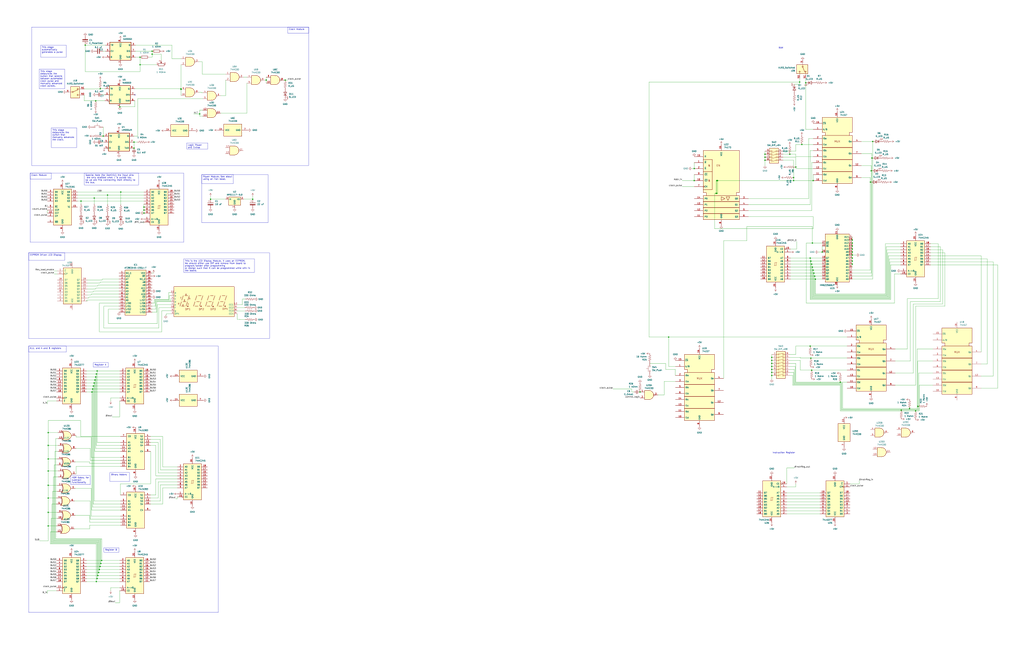
<source format=kicad_sch>
(kicad_sch (version 20231120) (generator "eeschema") (generator_version "8.0")
  (paper "D")
  (junction (at 718.82 207.645))
  (junction (at 718.82 215.265))
  (junction (at 585.47 142.24))
  (junction (at 650.875 311.785))
  (junction (at 40.64 375.92))
  (junction (at 645.16 135.255))
  (junction (at 240.538 67.564))
  (junction (at 101.854 162.052))
  (junction (at 40.64 443.865))
  (junction (at 683.895 220.345))
  (junction (at 669.29 152.4))
  (junction (at 718.82 202.565))
  (junction (at 83.82 480.695))
  (junction (at 650.875 309.245))
  (junction (at 760.095 346.075))
  (junction (at 735.33 133.35))
  (junction (at 685.8 152.4))
  (junction (at 687.07 233.045))
  (junction (at 767.08 344.805))
  (junction (at 718.82 205.105))
  (junction (at 40.64 365.125))
  (junction (at 40.64 420.37))
  (junction (at 685.8 227.965))
  (junction (at 78.74 325.755))
  (junction (at 118.11 54.61))
  (junction (at 684.53 222.885))
  (junction (at 90.678 164.592))
  (junction (at 604.52 163.195))
  (junction (at 645.16 132.715))
  (junction (at 80.7332 85.09))
  (junction (at 650.875 314.325))
  (junction (at 80.01 320.675))
  (junction (at 224.536 67.564))
  (junction (at 128.27 43.18))
  (junction (at 685.165 205.105))
  (junction (at 81.28 490.855))
  (junction (at 718.82 222.885))
  (junction (at 734.06 153.67))
  (junction (at 718.82 210.185))
  (junction (at 77.47 330.835))
  (junction (at 40.64 397.51))
  (junction (at 718.82 212.725))
  (junction (at 177.546 168.148))
  (junction (at 80.645 318.135))
  (junction (at 101.092 90.17))
  (junction (at 213.106 168.148))
  (junction (at 84.582 74.93))
  (junction (at 85.09 475.615))
  (junction (at 683.26 217.805))
  (junction (at 671.195 140.97))
  (junction (at 650.875 301.625))
  (junction (at 128.27 45.72))
  (junction (at 121.412 179.832))
  (junction (at 113.03 119.888))
  (junction (at 85.725 473.075))
  (junction (at 152.654 75.438))
  (junction (at 81.915 313.055))
  (junction (at 539.75 330.835))
  (junction (at 86.995 114.808))
  (junction (at 604.52 152.4))
  (junction (at 669.29 149.86))
  (junction (at 693.42 212.725))
  (junction (at 585.47 152.4))
  (junction (at 734.695 144.145))
  (junction (at 40.64 387.35))
  (junction (at 686.435 230.505))
  (junction (at 679.45 69.85))
  (junction (at 674.37 69.215))
  (junction (at 650.875 316.865))
  (junction (at 40.64 432.435))
  (junction (at 735.965 119.38))
  (junction (at 121.412 174.752))
  (junction (at 78.105 328.295))
  (junction (at 605.155 152.4))
  (junction (at 83.185 483.235))
  (junction (at 79.375 323.215))
  (junction (at 685.165 225.425))
  (junction (at 82.55 485.775))
  (junction (at 650.875 306.705))
  (junction (at 687.705 235.585))
  (junction (at 121.412 177.292))
  (junction (at 84.455 478.155))
  (junction (at 708.66 322.58))
  (junction (at 81.915 488.315))
  (junction (at 683.26 292.1))
  (junction (at 666.115 130.175))
  (junction (at 603.885 163.195))
  (junction (at 118.11 48.26))
  (junction (at 684.53 312.42))
  (junction (at 772.16 346.71))
  (junction (at 676.275 121.92))
  (junction (at 168.402 96.139))
  (junction (at 563.88 284.48))
  (junction (at 79.502 167.132))
  (junction (at 113.03 124.968))
  (junction (at 71.882 38.1))
  (junction (at 68.326 169.672))
  (junction (at 152.654 74.93))
  (junction (at 645.16 130.175))
  (junction (at 40.64 409.575))
  (junction (at 81.28 315.595))
  (junction (at 718.82 217.805))
  (junction (at 683.895 302.26))
  (junction (at 718.82 220.345))
  (junction (at 774.065 342.9))
  (junction (at 650.875 304.165))
  (no_connect (at 113.792 80.01))
  (wire (pts (xy 223.52 67.564) (xy 224.536 67.564)))
  (wire (pts (xy 128.27 48.26) (xy 125.73 48.26)))
  (wire (pts (xy 767.08 344.805) (xy 773.43 344.805)))
  (wire (pts (xy 663.575 418.465) (xy 691.515 418.465)))
  (wire (pts (xy 718.82 212.725) (xy 718.82 215.265)))
  (wire (pts (xy 78.74 246.38) (xy 73.66 246.38)))
  (wire (pts (xy 669.29 314.325) (xy 666.115 314.325)))
  (wire (pts (xy 610.235 203.2) (xy 629.92 203.2)))
  (wire (pts (xy 748.665 213.36) (xy 748.665 250.19)))
  (wire (pts (xy 167.894 77.978) (xy 169.926 77.978)))
  (wire (pts (xy 127 375.92) (xy 131.445 375.92)))
  (wire (pts (xy 239.776 67.564) (xy 240.538 67.564)))
  (wire (pts (xy 605.155 152.4) (xy 605.155 163.195)))
  (wire (pts (xy 208.28 95.504) (xy 208.28 70.104)))
  (wire (pts (xy 65.405 162.052) (xy 101.854 162.052)))
  (wire (pts (xy 534.67 330.835) (xy 532.765 330.835)))
  (wire (pts (xy 76.835 368.935) (xy 76.835 386.08)))
  (wire (pts (xy 575.31 157.48) (xy 585.47 157.48)))
  (wire (pts (xy 206.756 262.382) (xy 200.025 262.382)))
  (wire (pts (xy 671.195 306.705) (xy 671.195 322.58)))
  (wire (pts (xy 726.44 149.86) (xy 734.06 149.86)))
  (wire (pts (xy 84.455 238.125) (xy 100.33 238.125)))
  (wire (pts (xy 168.402 96.139) (xy 168.402 98.044)))
  (wire (pts (xy 735.965 119.38) (xy 726.44 119.38)))
  (wire (pts (xy 100.33 260.985) (xy 91.44 260.985)))
  (wire (pts (xy 205.486 65.024) (xy 208.28 65.024)))
  (wire (pts (xy 718.82 235.585) (xy 735.965 235.585)))
  (wire (pts (xy 604.52 163.195) (xy 603.885 163.195)))
  (wire (pts (xy 684.53 177.8) (xy 684.53 137.16)))
  (wire (pts (xy 101.854 162.052) (xy 101.854 172.72)))
  (wire (pts (xy 43.815 457.835) (xy 82.55 457.835)))
  (wire (pts (xy 668.655 316.865) (xy 668.655 325.12)))
  (wire (pts (xy 684.53 137.16) (xy 685.8 137.16)))
  (wire (pts (xy 73.66 254) (xy 73.025 254)))
  (wire (pts (xy 70.993 75.057) (xy 84.582 75.057)))
  (wire (pts (xy 759.46 223.52) (xy 751.205 223.52)))
  (wire (pts (xy 73.025 315.595) (xy 81.28 315.595)))
  (wire (pts (xy 63.5 412.115) (xy 76.835 412.115)))
  (wire (pts (xy 64.135 400.05) (xy 64.135 393.7)))
  (wire (pts (xy 650.875 299.085) (xy 650.875 301.625)))
  (wire (pts (xy 837.565 317.5) (xy 837.565 220.98)))
  (wire (pts (xy 73.66 243.84) (xy 80.645 243.84)))
  (wire (pts (xy 734.06 149.86) (xy 734.06 153.67)))
  (wire (pts (xy 118.11 54.61) (xy 132.08 54.61)))
  (wire (pts (xy 71.882 38.1) (xy 88.9 38.1)))
  (wire (pts (xy 671.195 292.1) (xy 683.26 292.1)))
  (wire (pts (xy 687.07 248.92) (xy 687.07 233.045)))
  (wire (pts (xy 127 368.3) (xy 137.16 368.3)))
  (wire (pts (xy 718.82 230.505) (xy 734.695 230.505)))
  (wire (pts (xy 76.2 438.15) (xy 101.6 438.15)))
  (wire (pts (xy 583.565 142.24) (xy 585.47 142.24)))
  (wire (pts (xy 213.106 165.608) (xy 213.106 168.148)))
  (wire (pts (xy 71.882 60.452) (xy 118.11 60.452)))
  (wire (pts (xy 75.565 443.23) (xy 75.565 446.405)))
  (wire (pts (xy 81.28 375.92) (xy 101.6 375.92)))
  (wire (pts (xy 85.725 454.66) (xy 85.725 473.075)))
  (wire (pts (xy 86.995 107.188) (xy 86.995 114.808)))
  (wire (pts (xy 169.926 78.232) (xy 169.926 77.978)))
  (wire (pts (xy 130.81 253.365) (xy 142.875 253.365)))
  (wire (pts (xy 46.99 454.66) (xy 85.725 454.66)))
  (wire (pts (xy 144.145 264.795) (xy 140.335 264.795)))
  (wire (pts (xy 666.115 311.785) (xy 669.925 311.785)))
  (wire (pts (xy 132.08 254.635) (xy 144.145 254.635)))
  (wire (pts (xy 73.025 254) (xy 73.025 253.365)))
  (wire (pts (xy 85.725 473.075) (xy 100.965 473.075)))
  (wire (pts (xy 669.925 323.85) (xy 709.93 323.85)))
  (wire (pts (xy 774.065 342.9) (xy 774.065 304.8)))
  (wire (pts (xy 40.64 387.35) (xy 48.26 387.35)))
  (wire (pts (xy 137.16 393.954) (xy 149.606 393.954)))
  (wire (pts (xy 84.455 238.76) (xy 84.455 238.125)))
  (wire (pts (xy 40.64 409.575) (xy 40.64 420.37)))
  (wire (pts (xy 675.005 302.26) (xy 683.895 302.26)))
  (wire (pts (xy 718.82 207.645) (xy 718.82 210.185)))
  (wire (pts (xy 765.175 252.095) (xy 791.21 252.095)))
  (wire (pts (xy 760.095 346.075) (xy 709.295 346.075)))
  (wire (pts (xy 83.82 456.565) (xy 83.82 480.695)))
  (wire (pts (xy 101.6 408.305) (xy 101.6 417.83)))
  (wire (pts (xy 718.82 215.265) (xy 718.82 217.805)))
  (wire (pts (xy 709.295 346.075) (xy 709.295 324.485)))
  (wire (pts (xy 170.942 98.044) (xy 168.402 98.044)))
  (wire (pts (xy 676.275 121.92) (xy 685.8 121.92)))
  (wire (pts (xy 683.26 172.72) (xy 631.19 172.72)))
  (wire (pts (xy 666.75 220.345) (xy 683.895 220.345)))
  (wire (pts (xy 82.55 485.775) (xy 100.965 485.775)))
  (wire (pts (xy 687.705 235.585) (xy 693.42 235.585)))
  (wire (pts (xy 666.75 225.425) (xy 685.165 225.425)))
  (wire (pts (xy 135.255 409.194) (xy 135.255 422.91)))
  (wire (pts (xy 795.02 210.82) (xy 795.02 256.54)))
  (wire (pts (xy 224.536 67.564) (xy 224.536 70.104)))
  (wire (pts (xy 42.545 459.105) (xy 42.545 448.945)))
  (wire (pts (xy 170.434 62.484) (xy 190.246 62.484)))
  (wire (pts (xy 86.36 236.22) (xy 73.66 236.22)))
  (wire (pts (xy 84.582 75.057) (xy 84.582 74.93)))
  (wire (pts (xy 137.16 411.734) (xy 149.606 411.734)))
  (wire (pts (xy 735.33 133.35) (xy 735.33 233.045)))
  (wire (pts (xy 142.875 249.555) (xy 144.145 249.555)))
  (wire (pts (xy 663.575 421.005) (xy 691.515 421.005)))
  (wire (pts (xy 666.115 130.175) (xy 671.195 130.175)))
  (wire (pts (xy 83.185 457.2) (xy 44.45 457.2)))
  (wire (pts (xy 650.875 314.325) (xy 650.875 316.865)))
  (wire (pts (xy 70.993 80.137) (xy 70.993 85.09)))
  (wire (pts (xy 81.915 373.38) (xy 101.6 373.38)))
  (wire (pts (xy 718.82 222.885) (xy 718.82 225.425)))
  (wire (pts (xy 666.75 217.805) (xy 683.26 217.805)))
  (wire (pts (xy 132.715 273.05) (xy 132.715 257.175)))
  (wire (pts (xy 94.615 351.79) (xy 100.965 351.79)))
  (wire (pts (xy 135.255 422.91) (xy 127 422.91)))
  (wire (pts (xy 629.92 191.135) (xy 685.165 191.135)))
  (wire (pts (xy 663.575 415.925) (xy 691.515 415.925)))
  (wire (pts (xy 80.01 381) (xy 80.01 320.675)))
  (wire (pts (xy 710.565 323.215) (xy 710.565 344.805)))
  (wire (pts (xy 605.155 152.4) (xy 604.52 152.4)))
  (wire (pts (xy 67.945 368.3) (xy 67.945 354.965)))
  (wire (pts (xy 775.335 325.12) (xy 786.765 325.12)))
  (wire (pts (xy 91.44 260.985) (xy 91.44 273.05)))
  (wire (pts (xy 754.38 255.905) (xy 754.38 231.14)))
  (wire (pts (xy 190.246 80.772) (xy 190.246 67.564)))
  (wire (pts (xy 78.105 328.295) (xy 100.965 328.295)))
  (wire (pts (xy 690.245 212.725) (xy 693.42 212.725)))
  (wire (pts (xy 547.37 69.215) (xy 547.37 284.48)))
  (wire (pts (xy 45.72 392.43) (xy 48.26 392.43)))
  (wire (pts (xy 671.195 121.92) (xy 676.275 121.92)))
  (wire (pts (xy 660.4 127.635) (xy 671.195 127.635)))
  (wire (pts (xy 45.72 231.14) (xy 48.26 231.14)))
  (wire (pts (xy 663.575 426.085) (xy 691.515 426.085)))
  (wire (pts (xy 177.546 165.608) (xy 177.546 168.148)))
  (wire (pts (xy 202.184 269.494) (xy 200.025 269.494)))
  (wire (pts (xy 650.875 304.165) (xy 650.875 306.705)))
  (wire (pts (xy 131.445 401.574) (xy 149.606 401.574)))
  (wire (pts (xy 81.28 459.105) (xy 42.545 459.105)))
  (wire (pts (xy 685.8 227.965) (xy 693.42 227.965)))
  (wire (pts (xy 101.6 381) (xy 80.01 381)))
  (wire (pts (xy 132.08 263.525) (xy 132.08 254.635)))
  (wire (pts (xy 47.625 498.475) (xy 40.005 498.475)))
  (wire (pts (xy 666.75 230.505) (xy 686.435 230.505)))
  (wire (pts (xy 79.375 422.91) (xy 79.375 323.215)))
  (wire (pts (xy 81.28 490.855) (xy 81.28 459.105)))
  (wire (pts (xy 793.115 208.28) (xy 784.86 208.28)))
  (wire (pts (xy 650.875 311.785) (xy 650.875 314.325)))
  (wire (pts (xy 101.6 368.3) (xy 67.945 368.3)))
  (wire (pts (xy 685.165 191.135) (xy 685.165 205.105)))
  (wire (pts (xy 121.412 174.752) (xy 121.412 177.292)))
  (wire (pts (xy 167.894 52.07) (xy 170.434 52.07)))
  (wire (pts (xy 645.16 135.255) (xy 645.16 139.7)))
  (wire (pts (xy 666.75 233.045) (xy 687.07 233.045)))
  (wire (pts (xy 685.8 147.32) (xy 685.8 152.4)))
  (wire (pts (xy 671.195 132.715) (xy 671.195 140.97)))
  (wire (pts (xy 602.615 193.04) (xy 602.615 163.195)))
  (wire (pts (xy 40.64 365.125) (xy 48.895 365.125)))
  (wire (pts (xy 671.195 299.085) (xy 671.195 292.1)))
  (wire (pts (xy 669.29 324.485) (xy 669.29 314.325)))
  (wire (pts (xy 735.33 129.54) (xy 735.33 133.35)))
  (wire (pts (xy 113.03 119.888) (xy 113.03 124.968)))
  (wire (pts (xy 46.99 370.205) (xy 46.99 454.66)))
  (wire (pts (xy 681.99 167.64) (xy 681.99 116.84)))
  (wire (pts (xy 75.565 389.89) (xy 63.5 389.89)))
  (wire (pts (xy 708.66 325.12) (xy 708.66 346.71)))
  (wire (pts (xy 765.175 294.64) (xy 765.175 252.095)))
  (wire (pts (xy 186.182 80.772) (xy 190.246 80.772)))
  (wire (pts (xy 784.86 210.82) (xy 795.02 210.82)))
  (wire (pts (xy 685.8 193.04) (xy 685.8 182.88)))
  (wire (pts (xy 40.64 443.865) (xy 40.64 456.438)))
  (wire (pts (xy 204.47 257.175) (xy 200.025 257.175)))
  (wire (pts (xy 735.33 233.045) (xy 718.82 233.045)))
  (wire (pts (xy 680.085 255.905) (xy 754.38 255.905)))
  (wire (pts (xy 669.925 311.785) (xy 669.925 323.85)))
  (wire (pts (xy 685.8 193.04) (xy 602.615 193.04)))
  (wire (pts (xy 206.502 259.588) (xy 206.502 259.715)))
  (wire (pts (xy 127 408.305) (xy 101.6 408.305)))
  (wire (pts (xy 735.965 235.585) (xy 735.965 119.38)))
  (wire (pts (xy 650.875 306.705) (xy 650.875 309.245)))
  (wire (pts (xy 40.005 174.752) (xy 40.132 174.752)))
  (wire (pts (xy 128.27 45.72) (xy 135.89 45.72)))
  (wire (pts (xy 40.64 387.35) (xy 40.64 397.51)))
  (wire (pts (xy 149.606 396.494) (xy 135.255 396.494)))
  (wire (pts (xy 645.16 130.175) (xy 645.16 132.715)))
  (wire (pts (xy 142.24 247.015) (xy 144.145 247.015)))
  (wire (pts (xy 86.233 119.888) (xy 87.63 119.888)))
  (wire (pts (xy 80.645 378.46) (xy 101.6 378.46)))
  (wire (pts (xy 40.64 365.125) (xy 40.64 375.92)))
  (wire (pts (xy 83.82 280.035) (xy 136.525 280.035)))
  (wire (pts (xy 668.655 325.12) (xy 708.66 325.12)))
  (wire (pts (xy 684.53 312.42) (xy 714.375 312.42)))
  (wire (pts (xy 827.405 317.5) (xy 837.565 317.5)))
  (wire (pts (xy 675.005 301.625) (xy 675.005 302.26)))
  (wire (pts (xy 101.6 391.16) (xy 75.565 391.16)))
  (wire (pts (xy 671.195 322.58) (xy 708.66 322.58)))
  (wire (pts (xy 43.815 425.45) (xy 43.815 457.835)))
  (wire (pts (xy 841.375 223.52) (xy 841.375 327.66)))
  (wire (pts (xy 48.895 402.59) (xy 45.085 402.59)))
  (wire (pts (xy 679.45 69.85) (xy 679.45 109.22)))
  (wire (pts (xy 65.405 164.592) (xy 90.678 164.592)))
  (wire (pts (xy 795.02 256.54) (xy 770.255 256.54)))
  (wire (pts (xy 76.2 422.91) (xy 76.2 438.15)))
  (wire (pts (xy 33.274 456.438) (xy 40.64 456.438)))
  (wire (pts (xy 135.255 370.84) (xy 127 370.84)))
  (wire (pts (xy 145.034 38.1) (xy 145.034 49.53)))
  (wire (pts (xy 759.46 213.36) (xy 748.665 213.36)))
  (wire (pts (xy 693.42 225.425) (xy 685.165 225.425)))
  (wire (pts (xy 44.45 457.2) (xy 44.45 414.655)))
  (wire (pts (xy 767.715 304.8) (xy 767.715 254.635)))
  (wire (pts (xy 76.835 435.61) (xy 101.6 435.61)))
  (wire (pts (xy 563.88 309.245) (xy 563.88 284.48)))
  (wire (pts (xy 114.3 38.1) (xy 145.034 38.1)))
  (wire (pts (xy 74.93 251.46) (xy 73.66 251.46)))
  (wire (pts (xy 75.565 446.405) (xy 62.865 446.405)))
  (wire (pts (xy 650.875 301.625) (xy 650.875 304.165)))
  (wire (pts (xy 791.21 205.74) (xy 784.86 205.74)))
  (wire (pts (xy 118.11 54.61) (xy 118.11 48.26)))
  (wire (pts (xy 718.82 202.565) (xy 718.82 205.105)))
  (wire (pts (xy 671.195 130.175) (xy 671.195 132.08)))
  (wire (pts (xy 129.54 230.505) (xy 128.27 230.505)))
  (wire (pts (xy 128.27 45.72) (xy 128.27 48.26)))
  (wire (pts (xy 718.82 220.345) (xy 718.82 222.885)))
  (wire (pts (xy 610.235 319.405) (xy 610.235 203.2)))
  (wire (pts (xy 85.09 475.615) (xy 85.09 455.295)))
  (wire (pts (xy 163.322 96.139) (xy 168.402 96.139)))
  (wire (pts (xy 81.915 313.055) (xy 81.915 373.38)))
  (wire (pts (xy 97.155 508.635) (xy 100.965 508.635)))
  (wire (pts (xy 669.29 149.86) (xy 669.29 152.4)))
  (wire (pts (xy 73.025 330.835) (xy 77.47 330.835)))
  (wire (pts (xy 749.935 251.46) (xy 684.53 251.46)))
  (wire (pts (xy 73.025 325.755) (xy 78.74 325.755)))
  (wire (pts (xy 748.03 249.555) (xy 748.03 210.82)))
  (wire (pts (xy 837.565 220.98) (xy 784.86 220.98)))
  (wire (pts (xy 734.695 230.505) (xy 734.695 144.145)))
  (wire (pts (xy 75.565 391.16) (xy 75.565 389.89)))
  (wire (pts (xy 686.435 230.505) (xy 686.435 249.555)))
  (wire (pts (xy 666.115 304.165) (xy 675.005 304.165)))
  (wire (pts (xy 45.72 455.93) (xy 45.72 392.43)))
  (wire (pts (xy 516.89 328.295) (xy 532.765 328.295)))
  (wire (pts (xy 666.75 222.885) (xy 684.53 222.885)))
  (wire (pts (xy 674.37 66.04) (xy 674.37 69.215)))
  (wire (pts (xy 136.525 262.255) (xy 144.145 262.255)))
  (wire (pts (xy 186.182 95.504) (xy 208.28 95.504)))
  (wire (pts (xy 548.005 306.705) (xy 561.34 306.705)))
  (wire (pts (xy 40.64 432.435) (xy 40.64 443.865)))
  (wire (pts (xy 631.19 177.8) (xy 684.53 177.8)))
  (wire (pts (xy 135.255 396.494) (xy 135.255 370.84)))
  (wire (pts (xy 734.06 153.67) (xy 734.06 227.965)))
  (wire (pts (xy 755.015 294.64) (xy 765.175 294.64)))
  (wire (pts (xy 86.868 43.18) (xy 88.9 43.18)))
  (wire (pts (xy 81.915 488.315) (xy 100.965 488.315)))
  (wire (pts (xy 47.625 425.45) (xy 43.815 425.45)))
  (wire (pts (xy 709.295 324.485) (xy 669.29 324.485)))
  (wire (pts (xy 748.03 210.82) (xy 759.46 210.82)))
  (wire (pts (xy 83.82 255.905) (xy 83.82 280.035)))
  (wire (pts (xy 709.93 323.85) (xy 709.93 345.44)))
  (wire (pts (xy 660.4 135.255) (xy 669.29 135.255)))
  (wire (pts (xy 770.255 314.96) (xy 755.015 314.96)))
  (wire (pts (xy 841.375 327.66) (xy 827.405 327.66)))
  (wire (pts (xy 85.09 455.295) (xy 46.355 455.295)))
  (wire (pts (xy 666.115 301.625) (xy 675.005 301.625)))
  (wire (pts (xy 81.28 315.595) (xy 100.965 315.595)))
  (wire (pts (xy 88.392 79.883) (xy 88.392 80.01)))
  (wire (pts (xy 142.875 253.365) (xy 142.875 249.555)))
  (wire (pts (xy 86.233 79.883) (xy 88.392 79.883)))
  (wire (pts (xy 88.392 74.93) (xy 84.582 74.93)))
  (wire (pts (xy 128.27 263.525) (xy 132.08 263.525)))
  (wire (pts (xy 83.185 483.235) (xy 83.185 457.2)))
  (wire (pts (xy 76.2 388.62) (xy 101.6 388.62)))
  (wire (pts (xy 64.135 367.665) (xy 64.135 368.935)))
  (wire (pts (xy 84.455 455.93) (xy 45.72 455.93)))
  (wire (pts (xy 168.402 92.964) (xy 168.402 96.139)))
  (wire (pts (xy 629.92 203.2) (xy 629.92 191.135)))
  (wire (pts (xy 130.81 258.445) (xy 130.81 253.365)))
  (wire (pts (xy 140.335 264.795) (xy 140.335 266.065)))
  (wire (pts (xy 76.835 412.115) (xy 76.835 435.61)))
  (wire (pts (xy 82.55 457.835) (xy 82.55 485.775)))
  (wire (pts (xy 42.545 448.945) (xy 47.625 448.945)))
  (wire (pts (xy 671.83 203.835) (xy 671.83 210.185)))
  (wire (pts (xy 755.015 304.8) (xy 767.715 304.8)))
  (wire (pts (xy 121.412 172.212) (xy 121.412 174.752)))
  (wire (pts (xy 127 381) (xy 127 408.305)))
  (wire (pts (xy 64.135 393.7) (xy 101.6 393.7)))
  (wire (pts (xy 64.135 378.46) (xy 76.2 378.46)))
  (wire (pts (xy 101.854 162.052) (xy 121.412 162.052)))
  (wire (pts (xy 774.7 346.075) (xy 760.095 346.075)))
  (wire (pts (xy 73.025 490.855) (xy 81.28 490.855)))
  (wire (pts (xy 40.64 397.51) (xy 40.64 409.575)))
  (wire (pts (xy 80.645 243.205) (xy 100.33 243.205)))
  (wire (pts (xy 560.07 321.945) (xy 569.595 321.945)))
  (wire (pts (xy 774.7 314.96) (xy 774.7 346.075)))
  (wire (pts (xy 686.435 249.555) (xy 748.03 249.555)))
  (wire (pts (xy 755.015 325.12) (xy 772.16 325.12)))
  (wire (pts (xy 76.835 248.92) (xy 76.835 248.285)))
  (wire (pts (xy 718.82 217.805) (xy 718.82 220.345)))
  (wire (pts (xy 133.35 406.654) (xy 149.606 406.654)))
  (wire (pts (xy 81.915 313.055) (xy 100.965 313.055)))
  (wire (pts (xy 76.835 248.285) (xy 100.33 248.285)))
  (wire (pts (xy 87.63 124.968) (xy 87.757 124.968)))
  (wire (pts (xy 683.26 217.805) (xy 693.42 217.805)))
  (wire (pts (xy 687.705 248.285) (xy 687.705 235.585)))
  (wire (pts (xy 683.895 220.345) (xy 683.895 252.095)))
  (wire (pts (xy 206.502 259.715) (xy 200.025 259.715)))
  (wire (pts (xy 84.455 478.155) (xy 84.455 455.93)))
  (wire (pts (xy 569.595 309.245) (xy 563.88 309.245)))
  (wire (pts (xy 128.27 258.445) (xy 130.81 258.445)))
  (wire (pts (xy 90.678 164.592) (xy 90.678 172.466)))
  (wire (pts (xy 747.395 208.28) (xy 747.395 248.92)))
  (wire (pts (xy 774.065 345.44) (xy 774.065 342.9)))
  (wire (pts (xy 80.7332 85.09) (xy 88.392 85.09)))
  (wire (pts (xy 749.3 215.9) (xy 759.46 215.9)))
  (wire (pts (xy 78.74 325.755) (xy 78.74 425.45)))
  (wire (pts (xy 68.326 172.212) (xy 68.326 169.672)))
  (wire (pts (xy 170.434 52.07) (xy 170.434 62.484)))
  (wire (pts (xy 100.33 240.665) (xy 82.55 240.665)))
  (wire (pts (xy 605.155 163.195) (xy 604.52 163.195)))
  (wire (pts (xy 670.56 323.215) (xy 710.565 323.215)))
  (wire (pts (xy 118.11 60.452) (xy 118.11 54.61)))
  (wire (pts (xy 65.405 169.672) (xy 68.326 169.672)))
  (wire (pts (xy 685.8 250.19) (xy 685.8 227.965)))
  (wire (pts (xy 114.3 43.18) (xy 128.27 43.18)))
  (wire (pts (xy 631.19 182.88) (xy 685.8 182.88)))
  (wire (pts (xy 793.115 254.635) (xy 793.115 208.28)))
  (wire (pts (xy 80.645 318.135) (xy 100.965 318.135)))
  (wire (pts (xy 200.025 262.382) (xy 200.025 262.255)))
  (wire (pts (xy 604.52 152.4) (xy 603.885 152.4)))
  (wire (pts (xy 74.93 250.825) (xy 74.93 251.46)))
  (wire (pts (xy 43.18 437.515) (xy 43.18 458.47)))
  (wire (pts (xy 751.205 252.73) (xy 683.26 252.73)))
  (wire (pts (xy 772.16 346.71) (xy 775.335 346.71)))
  (wire (pts (xy 131.445 375.92) (xy 131.445 401.574)))
  (wire (pts (xy 127 425.45) (xy 137.16 425.45)))
  (wire (pts (xy 569.595 316.865) (xy 569.595 311.785)))
  (wire (pts (xy 585.47 147.32) (xy 585.47 152.4)))
  (wire (pts (xy 113.792 90.17) (xy 101.092 90.17)))
  (wire (pts (xy 202.184 269.748) (xy 206.756 269.748)))
  (wire (pts (xy 683.26 292.1) (xy 714.375 292.1)))
  (wire (pts (xy 169.926 78.232) (xy 170.942 78.232)))
  (wire (pts (xy 131.445 417.83) (xy 131.445 404.114)))
  (wire (pts (xy 101.6 422.91) (xy 79.375 422.91)))
  (wire (pts (xy 786.765 314.96) (xy 774.7 314.96)))
  (wire (pts (xy 127 420.37) (xy 133.35 420.37)))
  (wire (pts (xy 767.715 254.635) (xy 793.115 254.635)))
  (wire (pts (xy 45.085 402.59) (xy 45.085 456.565)))
  (wire (pts (xy 685.8 152.4) (xy 669.29 152.4)))
  (wire (pts (xy 149.606 409.194) (xy 135.255 409.194)))
  (wire (pts (xy 671.195 132.08) (xy 685.8 132.08)))
  (wire (pts (xy 759.46 218.44) (xy 749.935 218.44)))
  (wire (pts (xy 575.31 152.4) (xy 585.47 152.4)))
  (wire (pts (xy 85.09 475.615) (xy 100.965 475.615)))
  (wire (pts (xy 100.33 255.905) (xy 83.82 255.905)))
  (wire (pts (xy 40.64 443.865) (xy 47.625 443.865)))
  (wire (pts (xy 561.34 311.785) (xy 561.34 306.705)))
  (wire (pts (xy 149.606 420.878) (xy 149.606 419.354)))
  (wire (pts (xy 726.44 129.54) (xy 735.33 129.54)))
  (wire (pts (xy 137.16 368.3) (xy 137.16 393.954)))
  (wire (pts (xy 666.75 227.965) (xy 685.8 227.965)))
  (wire (pts (xy 128.27 260.985) (xy 131.445 260.985)))
  (wire (pts (xy 669.29 152.4) (xy 605.155 152.4)))
  (wire (pts (xy 680.085 205.105) (xy 680.085 255.905)))
  (wire (pts (xy 650.875 316.865) (xy 650.875 320.04)))
  (wire (pts (xy 145.034 49.53) (xy 152.654 49.53)))
  (wire (pts (xy 683.26 127) (xy 683.26 172.72)))
  (wire (pts (xy 137.16 425.45) (xy 137.16 411.734)))
  (wire (pts (xy 62.865 422.91) (xy 76.2 422.91)))
  (wire (pts (xy 563.88 284.48) (xy 714.375 284.48)))
  (wire (pts (xy 663.575 410.845) (xy 671.195 410.845)))
  (wire (pts (xy 71.882 38.1) (xy 71.882 60.452)))
  (wire (pts (xy 152.654 75.438) (xy 152.654 74.93)))
  (wire (pts (xy 569.595 311.785) (xy 561.34 311.785)))
  (wire (pts (xy 205.486 168.148) (xy 213.106 168.148)))
  (wire (pts (xy 671.195 127.635) (xy 671.195 121.92)))
  (wire (pts (xy 645.16 127.635) (xy 645.16 130.175)))
  (wire (pts (xy 671.195 410.845) (xy 671.195 408.305)))
  (wire (pts (xy 118.11 48.26) (xy 114.3 48.26)))
  (wire (pts (xy 687.07 233.045) (xy 693.42 233.045)))
  (wire (pts (xy 44.45 414.655) (xy 48.26 414.655)))
  (wire (pts (xy 772.16 258.445) (xy 796.925 258.445)))
  (wire (pts (xy 78.74 245.745) (xy 78.74 246.38)))
  (wire (pts (xy 46.355 455.295) (xy 46.355 381)))
  (wire (pts (xy 73.025 483.235) (xy 83.185 483.235)))
  (wire (pts (xy 40.64 409.575) (xy 48.26 409.575)))
  (wire (pts (xy 127 417.83) (xy 131.445 417.83)))
  (wire (pts (xy 45.085 456.565) (xy 83.82 456.565)))
  (wire (pts (xy 40.64 397.51) (xy 48.895 397.51)))
  (wire (pts (xy 131.445 254) (xy 144.145 254)))
  (wire (pts (xy 679.45 66.04) (xy 679.45 69.85)))
  (wire (pts (xy 73.025 253.365) (xy 100.33 253.365)))
  (wire (pts (xy 240.538 67.564) (xy 242.57 67.564)))
  (wire (pts (xy 63.5 434.975) (xy 75.565 434.975)))
  (wire (pts (xy 645.16 132.715) (xy 645.16 135.255)))
  (wire (pts (xy 73.025 320.675) (xy 80.01 320.675)))
  (wire (pts (xy 585.47 137.16) (xy 585.47 142.24)))
  (wire (pts (xy 669.925 71.12) (xy 674.37 71.12)))
  (wire (pts (xy 693.42 220.345) (xy 683.895 220.345)))
  (wire (pts (xy 133.35 373.38) (xy 133.35 399.034)))
  (wire (pts (xy 100.33 250.825) (xy 74.93 250.825)))
  (wire (pts (xy 685.8 127) (xy 683.26 127)))
  (wire (pts (xy 693.42 230.505) (xy 686.435 230.505)))
  (wire (pts (xy 759.46 205.74) (xy 746.76 205.74)))
  (wire (pts (xy 67.945 354.965) (xy 40.64 354.965)))
  (wire (pts (xy 204.47 252.476) (xy 204.47 257.175)))
  (wire (pts (xy 121.412 177.292) (xy 121.412 179.832)))
  (wire (pts (xy 87.63 258.445) (xy 87.63 276.86)))
  (wire (pts (xy 81.28 315.595) (xy 81.28 375.92)))
  (wire (pts (xy 200.025 269.494) (xy 200.025 264.795)))
  (wire (pts (xy 81.28 490.855) (xy 100.965 490.855)))
  (wire (pts (xy 724.535 408.305) (xy 724.535 405.765)))
  (wire (pts (xy 73.66 248.92) (xy 76.835 248.92)))
  (wire (pts (xy 116.078 83.312) (xy 170.942 83.312)))
  (wire (pts (xy 48.26 437.515) (xy 43.18 437.515)))
  (wire (pts (xy 47.625 338.455) (xy 40.005 338.455)))
  (wire (pts (xy 202.184 269.748) (xy 202.184 269.494)))
  (wire (pts (xy 750.57 220.98) (xy 759.46 220.98)))
  (wire (pts (xy 43.18 458.47) (xy 81.915 458.47)))
  (wire (pts (xy 685.165 225.425) (xy 685.165 250.825)))
  (wire (pts (xy 663.575 428.625) (xy 691.515 428.625)))
  (wire (pts (xy 40.64 432.435) (xy 48.26 432.435)))
  (wire (pts (xy 710.565 344.805) (xy 767.08 344.805)))
  (wire (pts (xy 708.66 346.71) (xy 772.16 346.71)))
  (wire (pts (xy 86.995 114.808) (xy 87.63 114.808)))
  (wire (pts (xy 77.47 330.835) (xy 77.47 430.53)))
  (wire (pts (xy 718.82 205.105) (xy 718.82 207.645)))
  (wire (pts (xy 693.42 205.105) (xy 685.165 205.105)))
  (wire (pts (xy 82.55 240.665) (xy 82.55 241.3)))
  (wire (pts (xy 666.75 210.185) (xy 671.83 210.185)))
  (wire (pts (xy 73.025 323.215) (xy 79.375 323.215)))
  (wire (pts (xy 671.195 140.97) (xy 671.195 142.24)))
  (wire (pts (xy 135.89 45.72) (xy 135.89 50.8)))
  (wire (pts (xy 140.335 266.065) (xy 139.7 266.065)))
  (wire (pts (xy 148.082 420.878) (xy 149.606 420.878)))
  (wire (pts (xy 168.402 92.964) (xy 170.942 92.964)))
  (wire (pts (xy 40.64 375.92) (xy 48.895 375.92)))
  (wire (pts (xy 40.005 338.455) (xy 40.005 340.995)))
  (wire (pts (xy 669.925 394.97) (xy 663.575 394.97)))
  (wire (pts (xy 666.115 316.865) (xy 668.655 316.865)))
  (wire (pts (xy 73.025 485.775) (xy 82.55 485.775)))
  (wire (pts (xy 79.375 323.215) (xy 100.965 323.215)))
  (wire (pts (xy 100.965 508.635) (xy 100.965 498.475)))
  (wire (pts (xy 177.546 168.148) (xy 190.246 168.148)))
  (wire (pts (xy 772.16 325.12) (xy 772.16 258.445)))
  (wire (pts (xy 81.915 458.47) (xy 81.915 488.315)))
  (wire (pts (xy 73.025 318.135) (xy 80.645 318.135)))
  (wire (pts (xy 132.715 257.175) (xy 144.145 257.175)))
  (wire (pts (xy 136.525 280.035) (xy 136.525 262.255)))
  (wire (pts (xy 78.74 425.45) (xy 101.6 425.45)))
  (wire (pts (xy 675.005 312.42) (xy 684.53 312.42)))
  (wire (pts (xy 78.74 325.755) (xy 100.965 325.755)))
  (wire (pts (xy 83.185 483.235) (xy 100.965 483.235)))
  (wire (pts (xy 80.645 318.135) (xy 80.645 378.46)))
  (wire (pts (xy 73.025 475.615) (xy 85.09 475.615)))
  (wire (pts (xy 40.64 420.37) (xy 47.625 420.37)))
  (wire (pts (xy 650.875 309.245) (xy 650.875 311.785)))
  (wire (pts (xy 683.26 252.73) (xy 683.26 217.805)))
  (wire (pts (xy 142.24 252.73) (xy 142.24 247.015)))
  (wire (pts (xy 40.005 177.292) (xy 40.005 179.832)))
  (wire (pts (xy 747.395 248.92) (xy 687.07 248.92)))
  (wire (pts (xy 80.645 243.84) (xy 80.645 243.205)))
  (wire (pts (xy 660.4 130.175) (xy 666.115 130.175)))
  (wire (pts (xy 113.03 119.888) (xy 115.951 119.888)))
  (wire (pts (xy 796.925 258.445) (xy 796.925 213.36)))
  (wire (pts (xy 603.885 152.4) (xy 603.885 163.195)))
  (wire (pts (xy 773.43 344.805) (xy 773.43 294.64)))
  (wire (pts (xy 679.45 109.22) (xy 685.8 109.22)))
  (wire (pts (xy 770.255 256.54) (xy 770.255 314.96)))
  (wire (pts (xy 718.82 210.185) (xy 718.82 212.725)))
  (wire (pts (xy 749.935 218.44) (xy 749.935 251.46)))
  (wire (pts (xy 75.565 434.975) (xy 75.565 440.69)))
  (wire (pts (xy 85.979 114.808) (xy 86.995 114.808)))
  (wire (pts (xy 734.695 139.7) (xy 726.44 139.7)))
  (wire (pts (xy 65.405 167.132) (xy 79.502 167.132)))
  (wire (pts (xy 73.025 473.075) (xy 85.725 473.075)))
  (wire (pts (xy 113.792 85.09) (xy 113.792 90.17)))
  (wire (pts (xy 827.405 297.18) (xy 827.405 215.9)))
  (wire (pts (xy 127 373.38) (xy 133.35 373.38)))
  (wire (pts (xy 70.993 85.09) (xy 80.7332 85.09)))
  (wire (pts (xy 746.76 248.285) (xy 687.705 248.285)))
  (wire (pts (xy 84.455 478.155) (xy 100.965 478.155)))
  (wire (pts (xy 663.575 423.545) (xy 691.515 423.545)))
  (wire (pts (xy 130.175 255.905) (xy 130.175 252.73)))
  (wire (pts (xy 784.86 218.44) (xy 832.485 218.44)))
  (wire (pts (xy 681.99 116.84) (xy 685.8 116.84)))
  (wire (pts (xy 660.4 132.715) (xy 671.195 132.715)))
  (wire (pts (xy 40.005 498.475) (xy 40.005 501.015)))
  (wire (pts (xy 750.57 252.095) (xy 750.57 220.98)))
  (wire (pts (xy 718.82 215.265) (xy 721.995 215.265)))
  (wire (pts (xy 113.03 114.808) (xy 116.078 114.808)))
  (wire (pts (xy 101.6 443.23) (xy 75.565 443.23)))
  (wire (pts (xy 547.37 284.48) (xy 563.88 284.48)))
  (wire (pts (xy 144.145 254) (xy 144.145 252.095)))
  (wire (pts (xy 40.64 375.92) (xy 40.64 387.35)))
  (wire (pts (xy 77.47 330.835) (xy 100.965 330.835)))
  (wire (pts (xy 670.56 309.245) (xy 670.56 323.215)))
  (wire (pts (xy 40.64 420.37) (xy 40.64 432.435)))
  (wire (pts (xy 83.82 480.695) (xy 100.965 480.695)))
  (wire (pts (xy 100.33 235.585) (xy 86.36 235.585)))
  (wire (pts (xy 93.345 335.915) (xy 93.345 338.455)))
  (wire (pts (xy 685.165 205.105) (xy 680.085 205.105)))
  (wire (pts (xy 604.52 152.4) (xy 604.52 163.195)))
  (wire (pts (xy 131.445 260.985) (xy 131.445 254)))
  (wire (pts (xy 734.695 144.145) (xy 734.695 139.7)))
  (wire (pts (xy 75.565 440.69) (xy 101.6 440.69)))
  (wire (pts (xy 204.47 252.476) (xy 207.01 252.476)))
  (wire (pts (xy 716.915 408.305) (xy 724.535 408.305)))
  (wire (pts (xy 73.025 478.155) (xy 84.455 478.155)))
  (wire (pts (xy 560.07 333.375) (xy 560.07 321.945)))
  (wire (pts (xy 90.678 164.592) (xy 121.412 164.592)))
  (wire (pts (xy 73.025 328.295) (xy 78.105 328.295)))
  (wire (pts (xy 603.885 163.195) (xy 602.615 163.195)))
  (wire (pts (xy 791.21 252.095) (xy 791.21 205.74)))
  (wire (pts (xy 40.64 354.965) (xy 40.64 365.125)))
  (wire (pts (xy 775.335 346.71) (xy 775.335 325.12)))
  (wire (pts (xy 684.53 251.46) (xy 684.53 222.885)))
  (wire (pts (xy 76.2 378.46) (xy 76.2 388.62)))
  (wire (pts (xy 131.445 404.114) (xy 149.606 404.114)))
  (wire (pts (xy 683.895 252.095) (xy 750.57 252.095)))
  (wire (pts (xy 832.485 307.34) (xy 827.405 307.34)))
  (wire (pts (xy 671.195 142.24) (xy 685.8 142.24)))
  (wire (pts (xy 73.66 238.76) (xy 84.455 238.76)))
  (wire (pts (xy 224.536 65.024) (xy 224.536 67.564)))
  (wire (pts (xy 774.065 304.8) (xy 786.765 304.8)))
  (wire (pts (xy 100.33 258.445) (xy 87.63 258.445)))
  (wire (pts (xy 78.105 427.99) (xy 78.105 328.295)))
  (wire (pts (xy 46.99 370.205) (xy 48.895 370.205)))
  (wire (pts (xy 685.165 250.825) (xy 749.3 250.825)))
  (wire (pts (xy 100.965 335.915) (xy 93.345 335.915)))
  (wire (pts (xy 718.82 200.025) (xy 718.82 202.565)))
  (wire (pts (xy 693.42 207.645) (xy 693.42 212.725)))
  (wire (pts (xy 93.345 495.935) (xy 93.345 498.475)))
  (wire (pts (xy 116.078 114.808) (xy 116.078 83.312)))
  (wire (pts (xy 73.025 488.315) (xy 81.915 488.315)))
  (wire (pts (xy 666.115 309.245) (xy 670.56 309.245)))
  (wire (pts (xy 79.502 167.132) (xy 79.502 172.212)))
  (wire (pts (xy 674.37 69.215) (xy 674.37 71.12)))
  (wire (pts (xy 100.965 338.455) (xy 100.965 351.79)))
  (wire (pts (xy 749.3 250.825) (xy 749.3 215.9)))
  (wire (pts (xy 73.025 480.695) (xy 83.82 480.695)))
  (wire (pts (xy 128.27 43.18) (xy 128.27 45.72)))
  (wire (pts (xy 77.47 430.53) (xy 101.6 430.53)))
  (wire (pts (xy 554.99 333.375) (xy 560.07 333.375)))
  (wire (pts (xy 751.205 223.52) (xy 751.205 252.73)))
  (wire (pts (xy 669.29 135.255) (xy 669.29 149.86)))
  (wire (pts (xy 68.326 169.672) (xy 121.412 169.672)))
  (wire (pts (xy 666.75 235.585) (xy 687.705 235.585)))
  (wire (pts (xy 45.72 228.6) (xy 48.26 228.6)))
  (wire (pts (xy 827.405 215.9) (xy 784.86 215.9)))
  (wire (pts (xy 128.27 255.905) (xy 130.175 255.905)))
  (wire (pts (xy 709.93 345.44) (xy 774.065 345.44)))
  (wire (pts (xy 684.53 222.885) (xy 693.42 222.885)))
  (wire (pts (xy 663.575 433.705) (xy 691.515 433.705)))
  (wire (pts (xy 133.35 399.034) (xy 149.606 399.034)))
  (wire (pts (xy 152.654 75.438) (xy 152.654 80.518)))
  (wire (pts (xy 773.43 294.64) (xy 786.765 294.64)))
  (wire (pts (xy 121.412 188.468) (xy 121.412 187.452)))
  (wire (pts (xy 82.55 241.3) (xy 73.66 241.3)))
  (wire (pts (xy 746.76 205.74) (xy 746.76 248.285)))
  (wire (pts (xy 91.44 273.05) (xy 132.715 273.05)))
  (wire (pts (xy 73.025 313.055) (xy 81.915 313.055)))
  (wire (pts (xy 674.37 69.215) (xy 547.37 69.215)))
  (wire (pts (xy 796.925 213.36) (xy 784.86 213.36)))
  (wire (pts (xy 100.33 245.745) (xy 78.74 245.745)))
  (wire (pts (xy 748.665 250.19) (xy 685.8 250.19)))
  (wire (pts (xy 663.575 431.165) (xy 691.515 431.165)))
  (wire (pts (xy 631.19 167.64) (xy 681.99 167.64)))
  (wire (pts (xy 133.985 259.715) (xy 144.145 259.715)))
  (wire (pts (xy 754.38 231.14) (xy 759.46 231.14)))
  (wire (pts (xy 152.654 54.61) (xy 152.654 74.93)))
  (wire (pts (xy 708.66 322.58) (xy 714.375 322.58)))
  (wire (pts (xy 759.46 208.28) (xy 747.395 208.28)))
  (wire (pts (xy 130.175 252.73) (xy 142.24 252.73)))
  (wire (pts (xy 64.135 368.935) (xy 76.835 368.935)))
  (wire (pts (xy 666.115 299.085) (xy 671.195 299.085)))
  (wire (pts (xy 133.35 420.37) (xy 133.35 406.654)))
  (wire (pts (xy 663.575 408.305) (xy 663.575 394.97)))
  (wire (pts (xy 675.005 304.165) (xy 675.005 312.42)))
  (wire (pts (xy 784.86 223.52) (xy 841.375 223.52)))
  (wire (pts (xy 113.792 74.93) (xy 152.654 74.93)))
  (wire (pts (xy 76.835 386.08) (xy 101.6 386.08)))
  (wire (pts (xy 100.965 495.935) (xy 93.345 495.935)))
  (wire (pts (xy 79.502 167.132) (xy 121.412 167.132)))
  (wire (pts (xy 80.01 320.675) (xy 100.965 320.675)))
  (wire (pts (xy 46.355 381) (xy 48.895 381)))
  (wire (pts (xy 832.485 218.44) (xy 832.485 307.34)))
  (wire (pts (xy 734.06 227.965) (xy 718.82 227.965)))
  (wire (pts (xy 86.36 235.585) (xy 86.36 236.22)))
  (wire (pts (xy 87.63 276.86) (xy 133.985 276.86)))
  (wire (pts (xy 666.115 306.705) (xy 671.195 306.705)))
  (wire (pts (xy 133.985 276.86) (xy 133.985 259.715)))
  (wire (pts (xy 532.765 330.835) (xy 532.765 328.295)))
  (wire (pts (xy 101.6 427.99) (xy 78.105 427.99)))
  (wire (pts (xy 683.895 302.26) (xy 714.375 302.26)))
  (rectangle (start 26.67 22.86) (end 260.35 139.7))
  (rectangle (start 24.13 292.1) (end 184.15 516.89))
  (rectangle (start 170.18 147.32) (end 226.06 187.96))
  (rectangle (start 24.13 213.36) (end 227.33 285.75))
  (rectangle (start 25.4 146.05) (end 154.94 204.47))
  (text_box "EEPROM Driven LCD Display" (at 24.13 213.36 0) (size 30.48 6.35) (effects (font (size 1.27 1.27)) (justify left top)))
  (text_box "This is the LCD Display Module. It uses an EEPROM.\nWe should either use DIP and remove from board to program/solder after programming\nor design such that it can be programmed while still in the board." (at 154.94 218.44 0) (size 59.69 11.43) (effects (font (size 1.27 1.27)) (justify left top)))
  (text_box "Special Note (for Dominic) the input pins\n are only enabled when J is pulled low,\nso we are fine connecting them directly to\nthe bus." (at 71.12 146.05 0) (size 45.72 10.16) (effects (font (size 1.27 1.27)) (justify left top)))
  (text_box "Clock module" (at 242.57 22.86 0) (size 17.78 5.08) (effects (font (size 1.27 1.27)) (justify left top)))
  (text_box "This stage debounces the button that selects between automated clock pulse and manually advanced clock pulses." (at 33.02 58.42 0) (size 21.59 16.51) (effects (font (size 1.27 1.27)) (justify left top)))
  (text_box "Power Module. See about using an iron bead." (at 170.18 147.32 0) (size 26.67 7.62) (effects (font (size 1.27 1.27)) (justify left top)))
  (text_box "ALU, and A and B registers" (at 24.13 292.1 0) (size 31.75 5.08) (effects (font (size 1.27 1.27)) (justify left top)))
  (text_box "Register B" (at 87.63 462.28 0) (size 12.7 3.81) (effects (font (size 1.27 1.27)) (justify left top)))
  (text_box "XOR Gates, for subtract functionality" (at 59.69 401.32 0) (size 16.51 7.62) (effects (font (size 1.27 1.27)) (justify left top)))
  (text_box "This stage automatically generates a pulse" (at 34.29 38.1 0) (size 21.59 10.16) (effects (font (size 1.27 1.27)) (justify left top)))
  (text_box "Register A" (at 78.74 306.07 0) (size 12.7 3.81) (effects (font (size 1.27 1.27)) (justify left top)))
  (text_box "Clock Module" (at 25.4 146.05 0) (size 17.78 5.08) (effects (font (size 1.27 1.27)) (justify left top)))
  (text_box "This stage debounces the switch that manually advances the clock." (at 43.18 107.95 0) (size 21.59 16.51) (effects (font (size 1.27 1.27)) (justify left top)))
  (text_box "Binary Adders" (at 92.71 398.78 0) (size 16.51 7.62) (effects (font (size 1.27 1.27)) (justify left top)))
  (text_box "Logic Power and Extras" (at 157.48 120.65 0) (size 17.78 5.08) (effects (font (size 1.27 1.27)) (justify left top)))
  (text "RAM" (at 656.59 41.275 0) (effects (font (size 1.27 1.27)) (justify left bottom)))
  (text "Instruction Register" (at 651.51 382.905 0) (effects (font (size 1.27 1.27)) (justify left bottom)))
  (label "clock_pulse" (at 40.005 182.372 180))
  (label "BUS2" (at 146.812 167.132 0))
  (label "BUS2" (at 126.365 478.155 0))
  (label "BUS1" (at 40.005 164.592 180))
  (label "BUS7" (at 126.365 330.835 0))
  (label "BUS2" (at 47.625 478.155 180))
  (label "clock_pulse" (at 516.89 328.295 180))
  (label "BUS3" (at 146.812 169.672 0))
  (label "BUS4" (at 126.365 323.215 0))
  (label "BUS4" (at 126.365 483.235 0))
  (label "BUS7" (at 47.625 330.835 180))
  (label "BUS6" (at 47.625 328.295 180))
  (label "BUS3" (at 47.625 320.675 180))
  (label "BUS5" (at 126.365 325.755 0))
  (label "BUS1" (at 126.365 315.595 0))
  (label "BUS6" (at 126.365 488.315 0))
  (label "BUS5" (at 126.365 485.775 0))
  (label "#PC_out" (at 121.412 188.468 180))
  (label "clock_pulse" (at 47.625 495.935 180))
  (label "BUS0" (at 126.365 473.075 0))
  (label "BUS4" (at 47.625 323.215 180))
  (label "BUS7" (at 47.625 490.855 180))
  (label "#J" (at 40.132 174.752 180))
  (label "B_in" (at 40.005 501.015 180))
  (label "BUS6" (at 126.365 328.295 0))
  (label "#Aout" (at 94.615 351.79 180))
  (label "BUS1" (at 47.625 315.595 180))
  (label "clock_pulse" (at 45.72 231.14 180))
  (label "BUS2" (at 47.625 318.135 180))
  (label "#Sout" (at 148.082 420.878 180))
  (label "Res_load_enable" (at 45.72 228.6 180))
  (label "clock_pulse" (at 47.625 335.915 180))
  (label "BUS2" (at 126.365 318.135 0))
  (label "BUS5" (at 47.625 485.775 180))
  (label "BUS6" (at 47.625 488.315 180))
  (label "BUS5" (at 47.625 325.755 180))
  (label "count_enable" (at 40.005 177.308 180))
  (label "Addr_in" (at 575.31 152.4 180))
  (label "BUS0" (at 126.365 313.055 0))
  (label "#InstrReg_in" (at 724.535 405.765 0))
  (label "BUS3" (at 126.365 480.695 0))
  (label "#Bout" (at 97.155 508.635 180))
  (label "BUS3" (at 40.005 169.672 180))
  (label "#InstrReg_out" (at 669.925 394.97 0))
  (label "BUS0" (at 47.625 313.055 180))
  (label "A_in" (at 40.005 340.995 180))
  (label "BUS1" (at 126.365 475.615 0))
  (label "clock_pulse" (at 716.915 410.845 0))
  (label "control_logic" (at 539.75 335.915 180))
  (label "HLT" (at 163.322 96.139 0))
  (label "BUS0" (at 40.005 162.052 180))
  (label "BUS2" (at 40.005 167.132 180))
  (label "BUS1" (at 146.812 164.592 0))
  (label "#MEM_O" (at 671.83 203.835 180))
  (label "clock_pulse" (at 575.31 157.48 180))
  (label "clock_pulse" (at 242.57 67.564 0))
  (label "BUS4" (at 47.625 483.235 180))
  (label "BUS0" (at 146.812 162.052 0))
  (label "BUS3" (at 126.365 320.675 0))
  (label "BUS0" (at 47.625 473.075 180))
  (label "SUB" (at 33.274 456.438 180))
  (label "LSB" (at 85.725 162.052 180))
  (label "BUS3" (at 47.625 480.695 180))
  (label "BUS1" (at 47.625 475.615 180))
  (label "BUS7" (at 126.365 490.855 0))
  (symbol (lib_id "74xx:74HC86") (at 56.515 400.05 0) (unit 1)
    (property "Reference" "U12" (at 56.2102 391.16 0))
    (property "Value" "74HC86" (at 56.2102 393.7 0))
    (property "Datasheet" "http://www.ti.com/lit/gpn/sn74HC86" (effects (hide yes)))
  )
  (symbol (lib_id "Device:LED") (at 669.925 74.93 270) (unit 1)
    (property "Reference" "D7" (at 673.1 72.0725 90) (effects (justify left)))
    (property "Value" "R_LED" (at 673.1 74.6125 90) (effects (justify left)))
  )
  (symbol (lib_id "power:GND") (at 71.882 30.48 180) (unit 1)
    (property "Reference" "#PWR010" (effects (hide yes)))
    (property "Value" "GND" (at 74.422 29.2099 0) (effects (justify right)))
  )
  (symbol (lib_id "74xx:74LS377") (at 60.96 241.3 0) (mirror x) (unit 1)
    (property "Reference" "U29" (at 60.6141 221.615 0) (effects (justify right)))
    (property "Value" "74LS377" (at 60.6141 224.155 0) (effects (justify right)))
    (property "Datasheet" "http://www.ti.com/lit/gpn/sn74LS377" (effects (hide yes)))
  )
  (symbol (lib_id "power:GND") (at 171.45 317.5 90) (unit 1)
    (property "Reference" "#PWR051" (effects (hide yes)))
    (property "Value" "GND" (at 176.53 317.5 0))
  )
  (symbol (lib_id "74xx:74HC245") (at 134.112 174.752 0) (unit 1)
    (property "Reference" "U28" (at 136.3061 154.432 0) (effects (justify left)))
    (property "Value" "74HC245" (at 136.3061 156.972 0) (effects (justify left)))
    (property "Datasheet" "http://www.ti.com/lit/gpn/sn74HC245" (effects (hide yes)))
  )
  (symbol (lib_id "74xx:74HC86") (at 55.88 412.115 0) (unit 1)
    (property "Reference" "U13" (at 55.5752 403.86 0))
    (property "Value" "74HC86" (at 55.5752 406.4 0))
    (property "Datasheet" "http://www.ti.com/lit/gpn/sn74HC86" (effects (hide yes)))
  )
  (symbol (lib_id "power:+5V") (at 751.205 119.38 270) (unit 1)
    (property "Reference" "#PWR079" (effects (hide yes)))
    (property "Value" "+5V" (at 755.015 119.38 90) (effects (justify left)))
  )
  (symbol (lib_id "power:GND") (at 734.695 335.28 0) (unit 1)
    (property "Reference" "#PWR082" (effects (hide yes)))
    (property "Value" "GND" (at 734.695 340.36 0))
  )
  (symbol (lib_id "power:GND") (at 114.3 450.85 0) (unit 1)
    (property "Reference" "#PWR045" (effects (hide yes)))
    (property "Value" "GND" (at 114.3 455.93 0))
  )
  (symbol (lib_id "Device:R_US") (at 777.875 342.9 90) (unit 1)
    (property "Reference" "R23" (at 776.605 340.36 0) (effects (justify left)))
    (property "Value" "1 Mohm" (at 779.145 340.36 0) (effects (justify left)))
  )
  (symbol (lib_id "Device:R_US") (at 669.925 82.55 0) (unit 1)
    (property "Reference" "R12" (at 675.64 82.55 90))
    (property "Value" "R_US" (at 673.1 82.55 90))
  )
  (symbol (lib_id "Connector_Audio:XLR3_Switched") (at 63.373 77.597 0) (unit 2)
    (property "Reference" "J1" (at 63.373 68.072 0))
    (property "Value" "XLR3_Switched" (at 63.373 70.612 0))
    (property "Datasheet" " ~" (effects (hide yes)))
  )
  (symbol (lib_id "power:GND") (at 101.6 53.34 0) (unit 1)
    (property "Reference" "#PWR02" (effects (hide yes)))
    (property "Value" "GND" (at 101.6 58.42 0))
  )
  (symbol (lib_id "power:+5V") (at 654.05 243.205 180) (unit 1)
    (property "Reference" "#PWR059" (effects (hide yes)))
    (property "Value" "+5V" (at 654.05 248.285 0))
  )
  (symbol (lib_id "power:GND") (at 113.665 506.095 0) (unit 1)
    (property "Reference" "#PWR041" (effects (hide yes)))
    (property "Value" "GND" (at 113.665 511.175 0))
  )
  (symbol (lib_id "74xx_IEEE:74173") (at 608.33 154.94 0) (unit 1)
    (property "Reference" "U22" (at 610.5241 121.92 0) (effects (justify left)))
    (property "Value" "74173" (at 610.5241 124.46 0) (effects (justify left)))
  )
  (symbol (lib_id "74xx:74HC00") (at 160.274 77.978 0) (unit 3)
    (property "Reference" "U3" (at 160.2657 69.088 0))
    (property "Value" "74HC00" (at 160.2657 71.628 0))
    (property "Datasheet" "http://www.ti.com/lit/gpn/sn74hc00" (effects (hide yes)))
  )
  (symbol (lib_id "74xx:74LS377") (at 60.325 325.755 0) (unit 1)
    (property "Reference" "U23" (at 62.5191 305.435 0) (effects (justify left)))
    (property "Value" "74LS377" (at 62.5191 307.975 0) (effects (justify left)))
    (property "Datasheet" "http://www.ti.com/lit/gpn/sn74LS377" (effects (hide yes)))
  )
  (symbol (lib_id "power:+5V") (at 711.835 352.425 270) (unit 1)
    (property "Reference" "#PWR099" (effects (hide yes)))
    (property "Value" "+5V" (at 715.01 352.425 90) (effects (justify left)))
  )
  (symbol (lib_id "power:+5V") (at 589.915 294.005 0) (unit 1)
    (property "Reference" "#PWR092" (effects (hide yes)))
    (property "Value" "+5V" (at 589.915 288.925 0))
  )
  (symbol (lib_id "Regulator_Linear:AMS1117-5.0") (at 197.866 168.148 0) (unit 1)
    (property "Reference" "U2" (at 197.866 161.798 0))
    (property "Value" "AMS1117-5.0" (at 197.866 164.338 0))
    (property "Footprint" "Package_TO_SOT_SMD:SOT-223-3_TabPin2" (effects (hide yes)))
    (property "Datasheet" "http://www.advanced-monolithic.com/pdf/ds1117.pdf" (effects (hide yes)))
  )
  (symbol (lib_id "power:GND") (at 539.75 323.215 180) (unit 1)
    (property "Reference" "#PWR097" (effects (hide yes)))
    (property "Value" "GND" (at 539.75 318.135 0))
  )
  (symbol (lib_id "74xx:74LS377") (at 704.215 421.005 180) (unit 1)
    (property "Reference" "U25" (at 702.0209 441.325 0) (effects (justify left)))
    (property "Value" "74LS377" (at 702.0209 438.785 0) (effects (justify left)))
    (property "Datasheet" "http://www.ti.com/lit/gpn/sn74LS377" (effects (hide yes)))
  )
  (symbol (lib_id "74xx:74HC00") (at 197.612 127 0) (unit 4)
    (property "Reference" "U6" (at 197.6037 118.11 0))
    (property "Value" "74HC00" (at 197.6037 120.65 0))
    (property "Datasheet" "http://www.ti.com/lit/gpn/sn74hc00" (effects (hide yes)))
  )
  (symbol (lib_id "74xx:74HC245") (at 113.665 485.775 0) (unit 1)
    (property "Reference" "U8" (at 115.8591 465.455 0) (effects (justify left)))
    (property "Value" "74HC245" (at 115.8591 467.995 0) (effects (justify left)))
    (property "Datasheet" "http://www.ti.com/lit/gpn/sn74HC245" (effects (hide yes)))
  )
  (symbol (lib_id "power:+5V") (at 683.895 309.88 270) (unit 1)
    (property "Reference" "#PWR084" (effects (hide yes)))
    (property "Value" "+5V" (at 687.705 309.88 90) (effects (justify left)))
  )
  (symbol (lib_id "power:+5V") (at 114.3 410.21 90) (unit 1)
    (property "Reference" "#PWR044" (effects (hide yes)))
    (property "Value" "+5V" (at 110.49 410.21 90) (effects (justify left)))
  )
  (symbol (lib_id "74xx:74HC86") (at 56.515 367.665 0) (unit 4)
    (property "Reference" "U12" (at 56.2102 359.41 0))
    (property "Value" "74HC86" (at 56.2102 361.95 0))
    (property "Datasheet" "http://www.ti.com/lit/gpn/sn74HC86" (effects (hide yes)))
  )
  (symbol (lib_id "Device:LED") (at 101.854 184.15 90) (unit 1)
    (property "Reference" "D10" (at 105.664 184.4675 90) (effects (justify right)))
    (property "Value" "G_LED" (at 105.664 187.0075 90) (effects (justify right)))
  )
  (symbol (lib_id "power:GND") (at 214.122 259.588 90) (unit 1)
    (property "Reference" "#PWR0124" (effects (hide yes)))
    (property "Value" "GND" (at 219.202 259.588 90))
  )
  (symbol (lib_id "74xx_IEEE:74157") (at 807.085 302.26 0) (unit 1)
    (property "Reference" "U18" (at 809.2791 271.78 0) (effects (justify left)))
    (property "Value" "74157" (at 809.2791 274.32 0) (effects (justify left)))
  )
  (symbol (lib_id "Device:R_US") (at 101.854 176.53 0) (unit 1)
    (property "Reference" "R30" (at 104.394 175.26 0) (effects (justify left)))
    (property "Value" "R_US" (at 104.394 177.8 0) (effects (justify left)))
  )
  (symbol (lib_id "power:+5V") (at 772.16 354.33 270) (unit 1)
    (property "Reference" "#PWR087" (effects (hide yes)))
    (property "Value" "+5V" (at 775.97 354.33 90) (effects (justify left)))
  )
  (symbol (lib_id "power:+5V") (at 93.345 338.455 180) (unit 1)
    (property "Reference" "#PWR032" (effects (hide yes)))
    (property "Value" "+5V" (at 93.345 343.535 0))
  )
  (symbol (lib_id "74xx:74HC245") (at 162.306 406.654 0) (unit 1)
    (property "Reference" "U11" (at 164.5001 386.334 0) (effects (justify left)))
    (property "Value" "74HC245" (at 164.5001 388.874 0) (effects (justify left)))
    (property "Datasheet" "http://www.ti.com/lit/gpn/sn74HC245" (effects (hide yes)))
  )
  (symbol (lib_id "Device:C") (at 83.058 43.18 90) (unit 1)
    (property "Reference" "C3" (at 85.344 41.91 90))
    (property "Value" "0.1 uF" (at 83.058 39.878 90))
  )
  (symbol (lib_id "74xx:74HC86") (at 55.245 446.405 0) (unit 4)
    (property "Reference" "U13" (at 56.2102 438.15 0))
    (property "Value" "74HC86" (at 54.9402 440.69 0))
    (property "Datasheet" "http://www.ti.com/lit/gpn/sn74HC86" (effects (hide yes)))
  )
  (symbol (lib_id "power:GND") (at 113.665 346.075 0) (unit 1)
    (property "Reference" "#PWR034" (effects (hide yes)))
    (property "Value" "GND" (at 113.665 351.155 0))
  )
  (symbol (lib_id "power:+5V") (at 123.571 119.888 270) (unit 1)
    (property "Reference" "#PWR016" (effects (hide yes)))
    (property "Value" "+5V" (at 126.746 119.8879 90) (effects (justify left)))
  )
  (symbol (lib_id "power:+5V") (at 663.575 140.97 90) (unit 1)
    (property "Reference" "#PWR062" (effects (hide yes)))
    (property "Value" "+5V" (at 659.13 140.97 0))
  )
  (symbol (lib_id "power:+5V") (at 671.195 408.305 0) (unit 1)
    (property "Reference" "#PWR0102" (effects (hide yes)))
    (property "Value" "+5V" (at 671.195 403.225 0))
  )
  (symbol (lib_id "Device:LED") (at 739.775 119.38 180) (unit 1)
    (property "Reference" "D6" (at 741.3625 112.395 0))
    (property "Value" "G_LED" (at 741.3625 114.935 0))
  )
  (symbol (lib_id "Device:C_Polarized") (at 71.882 34.29 180) (unit 1)
    (property "Reference" "C4" (at 75.184 33.9089 0) (effects (justify right)))
    (property "Value" "C_Polarized" (at 75.184 36.4489 0) (effects (justify right)))
  )
  (symbol (lib_id "power:GND") (at 52.705 195.072 0) (unit 1)
    (property "Reference" "#PWR0106" (effects (hide yes)))
    (property "Value" "GND" (at 52.705 200.152 0))
  )
  (symbol (lib_id "power:GND") (at 113.03 130.048 0) (unit 1)
    (property "Reference" "#PWR017" (effects (hide yes)))
    (property "Value" "GND" (at 113.03 135.128 0))
  )
  (symbol (lib_id "power:+5V") (at 93.345 498.475 180) (unit 1)
    (property "Reference" "#PWR038" (effects (hide yes)))
    (property "Value" "+5V" (at 93.345 503.555 0))
  )
  (symbol (lib_id "power:+5V") (at 60.325 305.435 0) (unit 1)
    (property "Reference" "#PWR031" (effects (hide yes)))
    (property "Value" "+5V" (at 60.325 300.355 0))
  )
  (symbol (lib_id "power:GND") (at 569.595 304.165 180) (unit 1)
    (property "Reference" "#PWR095" (effects (hide yes)))
    (property "Value" "GND" (at 569.595 299.085 0))
  )
  (symbol (lib_id "power:GND") (at 128.27 250.825 90) (unit 1)
    (property "Reference" "#PWR0118" (effects (hide yes)))
    (property "Value" "GND" (at 131.445 250.825 90) (effects (justify right)))
  )
  (symbol (lib_id "power:+5V") (at 121.412 184.912 90) (unit 1)
    (property "Reference" "#PWR0107" (effects (hide yes)))
    (property "Value" "+5V" (at 117.602 184.912 90) (effects (justify left)))
  )
  (symbol (lib_id "Switch:SW_Push") (at 81.915 107.188 0) (unit 1)
    (property "Reference" "SW1" (at 81.915 99.568 0))
    (property "Value" "SW_Push" (at 81.915 102.108 0))
  )
  (symbol (lib_id "Device:C_Small") (at 537.21 330.835 270) (unit 1)
    (property "Reference" "C8" (at 530.225 330.2 90))
    (property "Value" "C_Small" (at 530.225 332.74 90))
  )
  (symbol (lib_id "Device:R_US") (at 747.395 119.38 90) (unit 1)
    (property "Reference" "R16" (at 747.395 113.665 90))
    (property "Value" "R_US" (at 747.395 116.205 90))
  )
  (symbol (lib_id "Switch:SW_DIP_x08") (at 658.495 309.245 0) (unit 1)
    (property "Reference" "SW3" (at 658.495 292.1 0))
    (property "Value" "SW_DIP_x08" (at 658.495 294.64 0))
  )
  (symbol (lib_id "power:+5V") (at 666.115 122.555 0) (unit 1)
    (property "Reference" "#PWR064" (effects (hide yes)))
    (property "Value" "+5V" (at 666.115 118.11 0))
  )
  (symbol (lib_id "power:GND") (at 676.91 50.8 180) (unit 1)
    (property "Reference" "#PWR073" (effects (hide yes)))
    (property "Value" "GND" (at 676.91 45.72 0))
  )
  (symbol (lib_id "power:GND") (at 101.092 90.17 0) (unit 1)
    (property "Reference" "#PWR021" (effects (hide yes)))
    (property "Value" "GND" (at 101.092 95.25 0))
  )
  (symbol (lib_id "74xx:74HC00") (at 711.835 365.125 0) (unit 5)
    (property "Reference" "U20" (at 718.82 363.855 0) (effects (justify left)))
    (property "Value" "74HC00" (at 718.82 366.395 0) (effects (justify left)))
    (property "Datasheet" "http://www.ti.com/lit/gpn/sn74hc00" (effects (hide yes)))
  )
  (symbol (lib_id "power:+5V") (at 113.665 465.455 0) (unit 1)
    (property "Reference" "#PWR040" (effects (hide yes)))
    (property "Value" "+5V" (at 113.665 460.375 0))
  )
  (symbol (lib_id "74xx:74HC245") (at 113.665 325.755 0) (unit 1)
    (property "Reference" "U7" (at 115.8591 305.435 0) (effects (justify left)))
    (property "Value" "74HC245" (at 115.8591 307.975 0) (effects (justify left)))
    (property "Datasheet" "http://www.ti.com/lit/gpn/sn74HC245" (effects (hide yes)))
  )
  (symbol (lib_id "74xx_IEEE:74157") (at 734.695 299.72 0) (unit 1)
    (property "Reference" "U17" (at 736.8891 269.24 0) (effects (justify left)))
    (property "Value" "74157" (at 736.8891 271.78 0) (effects (justify left)))
  )
  (symbol (lib_id "power:GND") (at 101.854 187.96 0) (unit 1)
    (property "Reference" "#PWR0113" (effects (hide yes)))
    (property "Value" "GND" (at 101.854 193.04 0))
  )
  (symbol (lib_id "Switch:SW_DIP_x04") (at 652.78 130.175 180) (unit 1)
    (property "Reference" "SW2" (at 652.78 120.015 0))
    (property "Value" "SW_DIP_x04" (at 652.78 122.555 0))
  )
  (symbol (lib_id "power:+5V") (at 134.112 154.432 0) (unit 1)
    (property "Reference" "#PWR0108" (effects (hide yes)))
    (property "Value" "+5V" (at 134.112 149.352 0))
  )
  (symbol (lib_id "74xx:74HC00") (at 215.9 67.564 0) (unit 2)
    (property "Reference" "U6" (at 215.8917 58.674 0))
    (property "Value" "74HC00" (at 215.8917 61.214 0))
    (property "Datasheet" "http://www.ti.com/lit/gpn/sn74hc00" (effects (hide yes)))
  )
  (symbol (lib_id "74xx:74LS283") (at 114.3 381 0) (unit 1)
    (property "Reference" "U9" (at 116.4941 360.68 0) (effects (justify left)))
    (property "Value" "74LS283" (at 116.4941 363.22 0) (effects (justify left)))
    (property "Datasheet" "http://www.ti.com/lit/gpn/sn74LS283" (effects (hide yes)))
  )
  (symbol (lib_id "power:GND") (at 721.995 215.265 90) (unit 1)
    (property "Reference" "#PWR055" (effects (hide yes)))
    (property "Value" "GND" (at 725.17 215.265 90) (effects (justify right)))
  )
  (symbol (lib_id "power:GND") (at 711.835 377.825 0) (unit 1)
    (property "Reference" "#PWR098" (effects (hide yes)))
    (property "Value" "GND" (at 711.835 382.905 0))
  )
  (symbol (lib_id "power:GND") (at 79.502 187.452 0) (unit 1)
    (property "Reference" "#PWR0111" (effects (hide yes)))
    (property "Value" "GND" (at 79.502 192.532 0))
  )
  (symbol (lib_id "Device:C_Small") (at 83.693 119.888 270) (unit 1)
    (property "Reference" "C6" (at 84.455 118.872 90) (effects (justify left)))
    (property "Value" "01 miF" (at 80.137 122.936 90) (effects (justify left)))
  )
  (symbol (lib_id "Device:R_US") (at 210.566 269.748 270) (unit 1)
    (property "Reference" "R35" (at 208.026 274.828 90))
    (property "Value" "330 Ohms" (at 211.074 272.542 90))
  )
  (symbol (lib_id "Timer:LM555xM") (at 100.33 119.888 0) (unit 1)
    (property "Reference" "U4" (at 102.5241 107.188 0) (effects (justify left)))
    (property "Value" "LM555xM" (at 102.5241 109.728 0) (effects (justify left)))
    (property "Footprint" "Package_SO:SOIC-8_3.9x4.9mm_P1.27mm" (effects (hide yes)))
    (property "Datasheet" "http://www.ti.com/lit/ds/symlink/lm555.pdf" (effects (hide yes)))
  )
  (symbol (lib_id "Device:R_US") (at 210.312 259.588 270) (unit 1)
    (property "Reference" "R33" (at 209.804 255.27 90) (effects (justify right)))
    (property "Value" "330 Ohms" (at 215.9 257.302 90) (effects (justify right)))
  )
  (symbol (lib_id "power:GND") (at 704.215 400.685 180) (unit 1)
    (property "Reference" "#PWR0101" (effects (hide yes)))
    (property "Value" "GND" (at 704.215 395.605 0))
  )
  (symbol (lib_id "Device:R_US") (at 683.26 295.91 0) (unit 1)
    (property "Reference" "R17" (at 685.8 294.64 0) (effects (justify left)))
    (property "Value" "1 Mohm" (at 685.8 297.18 0) (effects (justify left)))
  )
  (symbol (lib_id "Device:LED") (at 683.26 69.85 0) (unit 1)
    (property "Reference" "D1" (at 681.6725 64.135 0))
    (property "Value" "G_LED" (at 682.625 66.675 0))
  )
  (symbol (lib_id "74xx:74HC00") (at 547.37 333.375 0) (unit 1)
    (property "Reference" "U20" (at 547.3617 325.12 0))
    (property "Value" "74HC00" (at 547.3617 327.66 0))
    (property "Datasheet" "http://www.ti.com/lit/gpn/sn74hc00" (effects (hide yes)))
  )
  (symbol (lib_id "Device:R_US") (at 79.502 176.022 0) (unit 1)
    (property "Reference" "R28" (at 82.042 174.752 0) (effects (justify left)))
    (property "Value" "R_US" (at 82.042 177.292 0) (effects (justify left)))
  )
  (symbol (lib_id "power:+5V") (at 146.05 317.5 90) (unit 1)
    (property "Reference" "#PWR050" (effects (hide yes)))
    (property "Value" "+5V" (at 140.97 317.5 0))
  )
  (symbol (lib_id "power:GND") (at 76.835 107.188 270) (unit 1)
    (property "Reference" "#PWR015" (effects (hide yes)))
    (property "Value" "GND" (at 69.215 107.188 90) (effects (justify left)))
  )
  (symbol (lib_id "74xx_IEEE:74157") (at 706.12 124.46 0) (unit 1)
    (property "Reference" "U21" (at 708.3141 94.615 0) (effects (justify left)))
    (property "Value" "74157" (at 708.3141 97.155 0) (effects (justify left)))
  )
  (symbol (lib_id "Device:R_US") (at 708.66 318.77 180) (unit 1)
    (property "Reference" "R20" (at 706.12 320.04 0) (effects (justify left)))
    (property "Value" "1 Mohm" (at 706.12 317.5 0) (effects (justify left)))
  )
  (symbol (lib_id "power:+5V") (at 767.08 337.185 90) (unit 1)
    (property "Reference" "#PWR090" (effects (hide yes)))
    (property "Value" "+5V" (at 763.27 337.185 90) (effects (justify left)))
  )
  (symbol (lib_id "74xx:74LS377") (at 60.325 485.775 0) (unit 1)
    (property "Reference" "U24" (at 62.5191 465.455 0) (effects (justify left)))
    (property "Value" "74LS377" (at 62.5191 467.995 0) (effects (justify left)))
    (property "Datasheet" "http://www.ti.com/lit/gpn/sn74LS377" (effects (hide yes)))
  )
  (symbol (lib_id "power:GND") (at 240.538 82.804 0) (unit 1)
    (property "Reference" "#PWR0114" (effects (hide yes)))
    (property "Value" "GND" (at 240.538 87.884 0))
  )
  (symbol (lib_id "74xx:74LS161") (at 52.705 174.752 0) (unit 1)
    (property "Reference" "U27" (at 54.8991 155.067 0) (effects (justify left)))
    (property "Value" "74LS161" (at 54.8991 157.607 0) (effects (justify left)))
    (property "Datasheet" "http://www.ti.com/lit/gpn/sn74LS161" (effects (hide yes)))
  )
  (symbol (lib_id "74xx:74HC00") (at 743.585 381.635 0) (unit 4)
    (property "Reference" "U20" (at 743.5767 372.745 0))
    (property "Value" "74HC00" (at 743.5767 375.285 0))
    (property "Datasheet" "http://www.ti.com/lit/gpn/sn74hc00" (effects (hide yes)))
  )
  (symbol (lib_id "Device:LED") (at 737.87 153.67 180) (unit 1)
    (property "Reference" "D3" (at 739.4575 146.685 0))
    (property "Value" "G_LED" (at 739.4575 149.225 0))
  )
  (symbol (lib_id "power:+5V") (at 128.27 233.045 270) (unit 1)
    (property "Reference" "#PWR0120" (effects (hide yes)))
    (property "Value" "+5V" (at 131.445 233.045 90) (effects (justify left)))
  )
  (symbol (lib_id "power:+5V") (at 149.606 416.814 90) (unit 1)
    (property "Reference" "#PWR053" (effects (hide yes)))
    (property "Value" "+5V" (at 146.431 416.814 90) (effects (justify left)))
  )
  (symbol (lib_id "power:+5V") (at 706.12 240.665 180) (unit 1)
    (property "Reference" "#PWR033" (effects (hide yes)))
    (property "Value" "+5V" (at 706.12 245.745 0))
  )
  (symbol (lib_id "Device:R_US") (at 665.48 149.86 270) (unit 1)
    (property "Reference" "R9" (at 666.75 151.765 0) (effects (justify left)))
    (property "Value" "R_US" (at 664.21 151.765 0) (effects (justify left)))
  )
  (symbol (lib_id "power:GND") (at 645.16 139.7 0) (unit 1)
    (property "Reference" "#PWR061" (effects (hide yes)))
    (property "Value" "GND" (at 645.16 144.145 0))
  )
  (symbol (lib_id "Device:R_US") (at 676.275 118.11 180) (unit 1)
    (property "Reference" "R11" (at 674.37 119.38 0) (effects (justify left)))
    (property "Value" "R_US" (at 674.37 116.84 0) (effects (justify left)))
  )
  (symbol (lib_id "power:GND") (at 585.47 132.08 180) (unit 1)
    (property "Reference" "#PWR068" (effects (hide yes)))
    (property "Value" "GND" (at 585.47 127.635 0))
  )
  (symbol (lib_id "Device:R_US") (at 539.75 327.025 180) (unit 1)
    (property "Reference" "R26" (at 530.225 323.85 0) (effects (justify right)))
    (property "Value" "1 kOhm" (at 530.225 326.39 0) (effects (justify right)))
  )
  (symbol (lib_id "Device:R_US") (at 667.385 140.97 270) (unit 1)
    (property "Reference" "R8" (at 668.655 142.875 0) (effects (justify left)))
    (property "Value" "R_US" (at 666.115 142.875 0) (effects (justify left)))
  )
  (symbol (lib_id "74xx:74HC86") (at 55.88 434.975 0) (unit 3)
    (property "Reference" "U13" (at 55.5752 426.72 0))
    (property "Value" "74HC86" (at 55.5752 429.26 0))
    (property "Datasheet" "http://www.ti.com/lit/gpn/sn74HC86" (effects (hide yes)))
  )
  (symbol (lib_id "power:GND") (at 139.7 266.065 0) (unit 1)
    (property "Reference" "#PWR0121" (effects (hide yes)))
    (property "Value" "GND" (at 139.7 271.145 0))
  )
  (symbol (lib_id "power:GND") (at 55.753 77.597 270) (unit 1)
    (property "Reference" "#PWR022" (effects (hide yes)))
    (property "Value" "GND" (at 48.895 77.597 90) (effects (justify left)))
  )
  (symbol (lib_id "power:GND") (at 650.875 320.04 0) (unit 1)
    (property "Reference" "#PWR091" (effects (hide yes)))
    (property "Value" "GND" (at 650.875 324.485 0))
  )
  (symbol (lib_id "power:GND") (at 685.8 104.14 180) (unit 1)
    (property "Reference" "#PWR072" (effects (hide yes)))
    (property "Value" "GND" (at 685.8 99.695 0))
  )
  (symbol (lib_id "power:GND") (at 706.12 160.02 0) (unit 1)
    (property "Reference" "#PWR070" (effects (hide yes)))
    (property "Value" "GND" (at 706.12 164.465 0))
  )
  (symbol (lib_id "Device:LED") (at 739.14 133.35 180) (unit 1)
    (property "Reference" "D5" (at 740.7275 126.365 0))
    (property "Value" "G_LED" (at 740.7275 128.905 0))
  )
  (symbol (lib_id "Device:R_US") (at 90.678 176.276 0) (unit 1)
    (property "Reference" "R29" (at 93.218 175.006 0) (effects (justify left)))
    (property "Value" "R_US" (at 93.218 177.546 0) (effects (justify left)))
  )
  (symbol (lib_id "Device:R_US") (at 548.005 302.26 180) (unit 1)
    (property "Reference" "R25" (at 545.465 303.53 0) (effects (justify left)))
    (property "Value" "10 Kohm" (at 545.465 300.99 0) (effects (justify left)))
  )
  (symbol (lib_id "power:+5V") (at 135.89 43.18 270) (unit 1)
    (property "Reference" "#PWR011" (effects (hide yes)))
    (property "Value" "+5V" (at 139.7 43.18 90) (effects (justify left)))
  )
  (symbol (lib_id "74xx:74HC245") (at 650.875 421.005 180) (unit 1)
    (property "Reference" "U26" (at 648.6809 441.325 0) (effects (justify left)))
    (property "Value" "74HC245" (at 648.6809 438.785 0) (effects (justify left)))
    (property "Datasheet" "http://www.ti.com/lit/gpn/sn74HC245" (effects (hide yes)))
  )
  (symbol (lib_id "power:GND") (at 128.27 245.745 90) (unit 1)
    (property "Reference" "#PWR0119" (effects (hide yes)))
    (property "Value" "GND" (at 131.445 245.745 90) (effects (justify right)))
  )
  (symbol (lib_id "power:GND") (at 81.153 119.888 270) (unit 1)
    (property "Reference" "#PWR018" (effects (hide yes)))
    (property "Value" "GND" (at 76.073 119.888 0))
  )
  (symbol (lib_id "74xx:74HC00") (at 151.638 110.236 90) (unit 5)
    (property "Reference" "U3" (at 151.638 100.076 90))
    (property "Value" "74HC00" (at 151.638 102.616 90))
    (property "Datasheet" "http://www.ti.com/lit/gpn/sn74hc00" (effects (hide yes)))
  )
  (symbol (lib_id "74xx:74HC86") (at 55.88 389.89 0) (unit 2)
    (property "Reference" "U12" (at 55.5752 381 0))
    (property "Value" "74HC86" (at 55.5752 383.54 0))
    (property "Datasheet" "http://www.ti.com/lit/gpn/sn74HC86" (effects (hide yes)))
  )
  (symbol (lib_id "74xx:74HC245") (at 772.16 218.44 0) (unit 1)
    (property "Reference" "U14" (at 774.3541 198.12 0) (effects (justify left)))
    (property "Value" "74HC245" (at 774.3541 200.66 0) (effects (justify left)))
    (property "Datasheet" "http://www.ti.com/lit/gpn/sn74HC245" (effects (hide yes)))
  )
  (symbol (lib_id "power:+5V") (at 100.33 109.728 0) (unit 1)
    (property "Reference" "#PWR012" (effects (hide yes)))
    (property "Value" "+5V" (at 100.33 104.648 0))
  )
  (symbol (lib_id "Device:LED") (at 240.538 78.994 90) (unit 1)
    (property "Reference" "D11" (at 243.713 79.3115 90) (effects (justify right)))
    (property "Value" "B_LED" (at 243.713 81.8515 90) (effects (justify right)))
  )
  (symbol (lib_id "power:GND") (at 177.546 175.768 0) (unit 1)
    (property "Reference" "#PWR04" (effects (hide yes)))
    (property "Value" "GND" (at 177.546 180.848 0))
  )
  (symbol (lib_id "power:GND") (at 772.16 238.76 0) (unit 1)
    (property "Reference" "#PWR046" (effects (hide yes)))
    (property "Value" "GND" (at 772.16 243.205 0))
  )
  (symbol (lib_id "Device:R_US") (at 119.761 119.888 90) (unit 1)
    (property "Reference" "R4" (at 119.761 113.538 90))
    (property "Value" "1 MOhm" (at 119.761 116.078 90))
  )
  (symbol (lib_id "New_Library:AT28C64B-15SU-T") (at 100.33 230.505 0) (unit 1)
    (property "Reference" "IC1" (at 114.3 223.52 0))
    (property "Value" "AT28C64B-15SU-T" (at 114.3 226.06 0))
    (property "Footprint" "SOIC127P1032X265-28N" (effects (hide yes)))
    (property "Datasheet" "http://www.microchip.com/mymicrochip/filehandler.aspx?ddocname=en589327" (effects (hide yes)))
    (property "Height" "2.65" (effects (hide yes)))
    (property "Mouser Part Number" "556-AT28C64B-15SU-T" (effects (hide yes)))
    (property "Mouser Price/Stock" "https://www.mouser.co.uk/ProductDetail/Microchip-Technology/AT28C64B-15SU-T?qs=5aG0NVq1C4wD514j2fR9Eg%3D%3D" (effects (hide yes)))
    (property "Manufacturer_Name" "Microchip" (effects (hide yes)))
    (property "Manufacturer_Part_Number" "AT28C64B-15SU-T" (effects (hide yes)))
  )
  (symbol (lib_id "74xx:74HC00") (at 178.562 80.772 0) (unit 2)
    (property "Reference" "U3" (at 178.5537 71.882 0))
    (property "Value" "74HC00" (at 178.5537 74.422 0))
    (property "Datasheet" "http://www.ti.com/lit/gpn/sn74hc00" (effects (hide yes)))
  )
  (symbol (lib_id "Device:R_US") (at 210.82 252.476 270) (unit 1)
    (property "Reference" "R32" (at 210.82 246.761 90))
    (property "Value" "330 Ohms" (at 210.82 249.301 90))
  )
  (symbol (lib_id "power:GND") (at 81.153 79.883 270) (unit 1)
    (property "Reference" "#PWR024" (effects (hide yes)))
    (property "Value" "GND" (at 76.073 79.883 0))
  )
  (symbol (lib_id "power:+5V") (at 650.875 441.325 180) (unit 1)
    (property "Reference" "#PWR0103" (effects (hide yes)))
    (property "Value" "+5V" (at 650.875 446.405 0))
  )
  (symbol (lib_id "power:GND") (at 690.245 212.725 270) (unit 1)
    (property "Reference" "#PWR056" (effects (hide yes)))
    (property "Value" "GND" (at 687.07 212.725 90) (effects (justify right)))
  )
  (symbol (lib_id "power:GND") (at 583.565 142.24 270) (unit 1)
    (property "Reference" "#PWR069" (effects (hide yes)))
    (property "Value" "GND" (at 580.39 142.24 90) (effects (justify right)))
  )
  (symbol (lib_id "74xx_IEEE:74157") (at 589.915 324.485 0) (unit 1)
    (property "Reference" "U19" (at 592.1091 294.005 0) (effects (justify left)))
    (property "Value" "74157" (at 592.1091 296.545 0) (effects (justify left)))
  )
  (symbol (lib_id "Device:R_US") (at 746.125 144.145 90) (unit 1)
    (property "Reference" "R14" (at 746.125 138.43 90))
    (property "Value" "R_US" (at 746.125 140.97 90))
  )
  (symbol (lib_id "power:GND") (at 60.325 506.095 0) (unit 1)
    (property "Reference" "#PWR037" (effects (hide yes)))
    (property "Value" "GND" (at 60.325 511.175 0))
  )
  (symbol (lib_id "Device:R_US") (at 666.115 126.365 180) (unit 1)
    (property "Reference" "R10" (at 664.21 127.635 0) (effects (justify left)))
    (property "Value" "R_US" (at 664.21 125.095 0) (effects (justify left)))
  )
  (symbol (lib_id "power:+5V") (at 706.12 93.98 0) (unit 1)
    (property "Reference" "#PWR071" (effects (hide yes)))
    (property "Value" "+5V" (at 706.12 89.535 0))
  )
  (symbol (lib_id "power:+5V") (at 162.306 386.334 0) (unit 1)
    (property "Reference" "#PWR047" (effects (hide yes)))
    (property "Value" "+5V" (at 162.306 381.254 0))
  )
  (symbol (lib_id "power:+5V") (at 666.75 212.725 270) (unit 1)
    (property "Reference" "#PWR057" (effects (hide yes)))
    (property "Value" "+5V" (at 670.56 212.725 90) (effects (justify left)))
  )
  (symbol (lib_id "power:GND") (at 209.042 109.855 90) (unit 1)
    (property "Reference" "#PWR029" (effects (hide yes)))
    (property "Value" "GND" (at 212.852 109.855 90) (effects (justify right)))
  )
  (symbol (lib_id "power:GND") (at 214.63 252.476 90) (unit 1)
    (property "Reference" "#PWR0125" (effects (hide yes)))
    (property "Value" "GND" (at 217.805 252.476 90) (effects (justify right)))
  )
  (symbol (lib_id "Device:C_Small") (at 113.03 127.508 0) (unit 1)
    (property "Reference" "C5" (at 115.57 126.2443 0) (effects (justify left)))
    (property "Value" "0.1 miF" (at 115.57 128.7843 0) (effects (justify left)))
  )
  (symbol (lib_id "Timer:NA555D") (at 101.6 43.18 0) (unit 1)
    (property "Reference" "U1" (at 103.7941 30.48 0) (effects (justify left)))
    (property "Value" "NA555D" (at 103.7941 33.02 0) (effects (justify left)))
    (property "Footprint" "Package_SO:SOIC-8_3.9x4.9mm_P1.27mm" (effects (hide yes)))
    (property "Datasheet" "http://www.ti.com/lit/ds/symlink/ne555.pdf" (effects (hide yes)))
  )
  (symbol (lib_id "power:GND") (at 706.12 194.945 180) (unit 1)
    (property "Reference" "#PWR039" (effects (hide yes)))
    (property "Value" "GND" (at 706.12 189.865 0))
  )
  (symbol (lib_id "Device:R_US") (at 683.895 306.07 0) (unit 1)
    (property "Reference" "R18" (at 686.435 304.8 0) (effects (justify left)))
    (property "Value" "1 Mohm" (at 686.435 307.34 0) (effects (justify left)))
  )
  (symbol (lib_id "power:GND") (at 90.678 187.706 0) (unit 1)
    (property "Reference" "#PWR0112" (effects (hide yes)))
    (property "Value" "GND" (at 90.678 192.786 0))
  )
  (symbol (lib_id "power:GND") (at 759.46 228.6 270) (unit 1)
    (property "Reference" "#PWR058" (effects (hide yes)))
    (property "Value" "GND" (at 755.65 228.6 90) (effects (justify right)))
  )
  (symbol (lib_id "power:+5V") (at 183.642 109.855 90) (unit 1)
    (property "Reference" "#PWR027" (effects (hide yes)))
    (property "Value" "+5V" (at 179.832 109.855 90) (effects (justify left)))
  )
  (symbol (lib_id "power:GND") (at 548.005 316.23 0) (unit 1)
    (property "Reference" "#PWR096" (effects (hide yes)))
    (property "Value" "GND" (at 548.005 320.675 0))
  )
  (symbol (lib_id "Switch:SW_Push") (at 548.005 311.15 90) (unit 1)
    (property "Reference" "SW4" (at 549.91 309.88 90) (effects (justify right)))
    (property "Value" "SW_Push" (at 549.91 312.42 90) (effects (justify right)))
  )
  (symbol (lib_id "power:GND") (at 714.375 279.4 270) (unit 1)
    (property "Reference" "#PWR080" (effects (hide yes)))
    (property "Value" "GND" (at 711.2 279.4 90) (effects (justify right)))
  )
  (symbol (lib_id "power:+5V") (at 52.705 154.432 0) (unit 1)
    (property "Reference" "#PWR0105" (effects (hide yes)))
    (property "Value" "+5V" (at 52.705 149.352 0))
  )
  (symbol (lib_id "Device:R_US") (at 746.76 133.35 90) (unit 1)
    (property "Reference" "R15" (at 746.76 127.635 90))
    (property "Value" "R_US" (at 746.76 130.175 90))
  )
  (symbol (lib_id "Device:R_Potentiometer") (at 135.89 54.61 90) (unit 1)
    (property "Reference" "RV1" (at 135.89 58.42 90))
    (property "Value" "1 MOhm" (at 135.89 60.96 90))
  )
  (symbol (lib_id "Device:R_US") (at 210.566 262.382 270) (unit 1)
    (property "Reference" "R34" (at 210.058 266.954 90) (effects (justify right)))
    (property "Value" "330 Ohms" (at 216.154 264.922 90) (effects (justify right)))
  )
  (symbol (lib_id "power:+5V") (at 129.54 230.505 0) (unit 1)
    (property "Reference" "#PWR0116" (effects (hide yes)))
    (property "Value" "+5V" (at 129.54 225.425 0))
  )
  (symbol (lib_id "Device:C_Small") (at 83.693 79.883 270) (unit 1)
    (property "Reference" "C7" (at 84.709 81.153 90) (effects (justify left)))
    (property "Value" "0.1 miF" (at 79.883 77.089 90) (effects (justify left)))
  )
  (symbol (lib_id "74xx:74HC00") (at 196.342 109.855 90) (unit 5)
    (property "Reference" "U6" (at 196.342 99.695 90))
    (property "Value" "74HC00" (at 196.342 102.235 90))
    (property "Datasheet" "http://www.ti.com/lit/gpn/sn74hc00" (effects (hide yes)))
  )
  (symbol (lib_id "power:+5V") (at 661.67 149.86 90) (unit 1)
    (property "Reference" "#PWR063" (effects (hide yes)))
    (property "Value" "+5V" (at 657.225 149.86 0))
  )
  (symbol (lib_id "power:GND") (at 214.376 269.748 90) (unit 1)
    (property "Reference" "#PWR0122" (effects (hide yes)))
    (property "Value" "GND" (at 217.678 269.7479 90) (effects (justify right)))
  )
  (symbol (lib_id "Device:R_US") (at 84.582 71.12 0) (unit 1)
    (property "Reference" "R5" (at 87.122 69.85 0) (effects (justify left)))
    (property "Value" "R_US" (at 87.122 72.39 0) (effects (justify left)))
  )
  (symbol (lib_id "Device:R_US") (at 745.49 153.67 90) (unit 1)
    (property "Reference" "R13" (at 745.49 147.955 90))
    (property "Value" "R_US" (at 745.49 150.495 90))
  )
  (symbol (lib_id "Device:R_US") (at 760.095 349.885 0) (unit 1)
    (property "Reference" "R22" (at 762.635 348.615 0) (effects (justify left)))
    (property "Value" "1 Mohm" (at 762.635 351.155 0) (effects (justify left)))
  )
  (symbol (lib_id "power:GND") (at 68.326 187.452 0) (unit 1)
    (property "Reference" "#PWR0110" (effects (hide yes)))
    (property "Value" "GND" (at 68.326 192.532 0))
  )
  (symbol (lib_id "74xx:74HC86") (at 56.515 378.46 0) (unit 3)
    (property "Reference" "U12" (at 56.2102 369.57 0))
    (property "Value" "74HC86" (at 56.2102 372.11 0))
    (property "Datasheet" "http://www.ti.com/lit/gpn/sn74HC86" (effects (hide yes)))
  )
  (symbol (lib_id "Device:C_Polarized") (at 213.106 171.958 0) (unit 1)
    (property "Reference" "C2" (at 216.916 169.799 0) (effects (justify left)))
    (property "Value" "22 uF" (at 216.916 172.339 0) (effects (justify left)))
  )
  (symbol (lib_id "power:GND") (at 60.325 346.075 0) (unit 1)
    (property "Reference" "#PWR030" (effects (hide yes)))
    (property "Value" "GND" (at 60.325 351.155 0))
  )
  (symbol (lib_id "power:+5V") (at 84.582 67.31 0) (unit 1)
    (property "Reference" "#PWR023" (effects (hide yes)))
    (property "Value" "+5V" (at 84.582 62.23 0))
  )
  (symbol (lib_id "power:+5V") (at 694.69 69.85 270) (unit 1)
    (property "Reference" "#PWR074" (effects (hide yes)))
    (property "Value" "+5V" (at 698.5 69.85 90) (effects (justify left)))
  )
  (symbol (lib_id "power:GND") (at 171.45 337.82 90) (unit 1)
    (property "Reference" "#PWR052" (effects (hide yes)))
    (property "Value" "GND" (at 176.53 337.82 0))
  )
  (symbol (lib_id "power:+5V") (at 213.106 165.608 0) (unit 1)
    (property "Reference" "#PWR06" (effects (hide yes)))
    (property "Value" "+5V" (at 213.106 160.528 0))
  )
  (symbol (lib_id "Device:C_Polarized") (at 177.546 171.958 0) (unit 1)
    (property "Reference" "C1" (at 181.356 169.799 0) (effects (justify left)))
    (property "Value" "10 uF" (at 181.356 172.339 0) (effects (justify left)))
  )
  (symbol (lib_id "Device:LED") (at 90.678 183.896 90) (unit 1)
    (property "Reference" "D9" (at 94.488 184.2135 90) (effects (justify right)))
    (property "Value" "G_LED" (at 94.488 186.7535 90) (effects (justify right)))
  )
  (symbol (lib_id "Device:R_US") (at 690.88 69.85 90) (unit 1)
    (property "Reference" "R7" (at 690.88 64.135 90))
    (property "Value" "R_US" (at 690.88 66.675 90))
  )
  (symbol (lib_id "power:GND") (at 654.05 202.565 180) (unit 1)
    (property "Reference" "#PWR060" (effects (hide yes)))
    (property "Value" "GND" (at 654.05 197.485 0))
  )
  (symbol (lib_id "Device:R") (at 121.92 48.26 90) (unit 1)
    (property "Reference" "R1" (at 121.92 41.91 90))
    (property "Value" "1 kOhm" (at 121.92 44.45 90))
  )
  (symbol (lib_id "power:GND") (at 100.33 130.048 0) (unit 1)
    (property "Reference" "#PWR013" (effects (hide yes)))
    (property "Value" "GND" (at 100.33 135.128 0))
  )
  (symbol (lib_id "Device:R_US") (at 772.16 350.52 0) (unit 1)
    (property "Reference" "R21" (at 774.7 349.25 0) (effects (justify left)))
    (property "Value" "1 Mohm" (at 774.7 351.79 0) (effects (justify left)))
  )
  (symbol (lib_id "Device:R_US") (at 82.169 114.808 90) (unit 1)
    (property "Reference" "R3" (at 84.709 114.3 0) (effects (justify left)))
    (property "Value" "1 kOhm" (at 84.963 117.094 90) (effects (justify left)))
  )
  (symbol (lib_id "74xx:74HC00") (at 741.68 365.125 0) (unit 2)
    (property "Reference" "U20" (at 741.6717 356.87 0))
    (property "Value" "74HC00" (at 741.6717 359.41 0))
    (property "Datasheet" "http://www.ti.com/lit/gpn/sn74hc00" (effects (hide yes)))
  )
  (symbol (lib_id "74xx:74HC00") (at 763.905 365.125 0) (unit 3)
    (property "Reference" "U20" (at 763.8967 356.235 0))
    (property "Value" "74HC00" (at 763.8967 358.775 0))
    (property "Datasheet" "http://www.ti.com/lit/gpn/sn74hc00" (effects (hide yes)))
  )
  (symbol (lib_id "power:+5V") (at 760.095 353.695 270) (unit 1)
    (property "Reference" "#PWR088" (effects (hide yes)))
    (property "Value" "+5V" (at 763.905 353.695 90) (effects (justify left)))
  )
  (symbol (lib_id "Device:R_US") (at 240.538 71.374 0) (unit 1)
    (property "Reference" "R31" (at 243.078 70.104 0) (effects (justify left)))
    (property "Value" "R_US" (at 243.078 72.644 0) (effects (justify left)))
  )
  (symbol (lib_id "power:+5V") (at 734.695 269.24 0) (unit 1)
    (property "Reference" "#PWR081" (effects (hide yes)))
    (property "Value" "+5V" (at 734.695 264.16 0))
  )
  (symbol (lib_id "74xx:74HC00") (at 160.274 52.07 0) (unit 1)
    (property "Reference" "U3" (at 160.2657 43.18 0))
    (property "Value" "74HC00" (at 160.2657 45.72 0))
    (property "Datasheet" "http://www.ti.com/lit/gpn/sn74hc00" (effects (hide yes)))
  )
  (symbol (lib_id "power:+5V") (at 683.26 299.72 270) (unit 1)
    (property "Reference" "#PWR083" (effects (hide yes)))
    (property "Value" "+5V" (at 687.07 299.72 90) (effects (justify left)))
  )
  (symbol (lib_id "Device:R_US") (at 767.08 340.995 180) (unit 1)
    (property "Reference" "R24" (at 764.54 342.265 0) (effects (justify left)))
    (property "Value" "1 Mohm" (at 764.54 339.725 0) (effects (justify left)))
  )
  (symbol (lib_id "Device:LED") (at 738.505 144.145 180) (unit 1)
    (property "Reference" "D4" (at 740.0925 137.16 0))
    (property "Value" "G_LED" (at 740.0925 139.7 0))
  )
  (symbol (lib_id "Timer:NA555D") (at 101.092 80.01 0) (unit 1)
    (property "Reference" "U5" (at 103.2861 67.31 0) (effects (justify left)))
    (property "Value" "NA555D" (at 103.2861 69.85 0) (effects (justify left)))
    (property "Footprint" "Package_SO:SOIC-8_3.9x4.9mm_P1.27mm" (effects (hide yes)))
    (property "Datasheet" "http://www.ti.com/lit/ds/symlink/ne555.pdf" (effects (hide yes)))
  )
  (symbol (lib_id "power:+5V") (at 676.275 114.3 0) (unit 1)
    (property "Reference" "#PWR065" (effects (hide yes)))
    (property "Value" "+5V" (at 676.275 109.855 0))
  )
  (symbol (lib_id "74xx:74LS283") (at 114.3 430.53 0) (unit 1)
    (property "Reference" "U10" (at 116.4941 410.21 0) (effects (justify left)))
    (property "Value" "74LS283" (at 116.4941 412.75 0) (effects (justify left)))
    (property "Datasheet" "http://www.ti.com/lit/gpn/sn74LS283" (effects (hide yes)))
  )
  (symbol (lib_id "power:+5V") (at 80.7332 92.71 180) (unit 1)
    (property "Reference" "#PWR025" (effects (hide yes)))
    (property "Value" "+5V" (at 78.7027 96.4789 0) (effects (justify right)))
  )
  (symbol (lib_id "power:GND") (at 214.376 262.382 90) (unit 1)
    (property "Reference" "#PWR0123" (effects (hide yes)))
    (property "Value" "GND" (at 217.17 262.382 90) (effects (justify right)))
  )
  (symbol (lib_id "power:+5V") (at 749.3 153.67 270) (unit 1)
    (property "Reference" "#PWR076" (effects (hide yes)))
    (property "Value" "+5V" (at 753.11 153.67 90) (effects (justify left)))
  )
  (symbol (lib_id "74xx:74HC00") (at 232.156 67.564 0) (unit 3)
    (property "Reference" "U6" (at 232.1477 58.674 0))
    (property "Value" "74HC00" (at 232.1477 61.214 0))
    (property "Datasheet" "http://www.ti.com/lit/gpn/sn74hc00" (effects (hide yes)))
  )
  (symbol (lib_id "Memory_RAM:HM62256BLP") (at 706.12 217.805 180) (unit 1)
    (property "Reference" "U15" (at 703.9259 243.205 0) (effects (justify left)))
    (property "Value" "HM62256BLP" (at 703.9259 240.665 0) (effects (justify left)))
    (property "Footprint" "Package_DIP:DIP-28_W15.24mm" (effects (hide yes)))
    (property "Datasheet" "https://web.mit.edu/6.115/www/document/62256.pdf" (effects (hide yes)))
  )
  (symbol (lib_id "power:+5V") (at 113.665 305.435 0) (unit 1)
    (property "Reference" "#PWR035" (effects (hide yes)))
    (property "Value" "+5V" (at 113.665 300.355 0))
  )
  (symbol (lib_id "power:+5V") (at 684.53 320.04 270) (unit 1)
    (property "Reference" "#PWR085" (effects (hide yes)))
    (property "Value" "+5V" (at 688.34 320.04 90) (effects (justify left)))
  )
  (symbol (lib_id "74xx:74HC86") (at 55.245 422.91 0) (unit 2)
    (property "Reference" "U13" (at 54.9402 414.02 0))
    (property "Value" "74HC86" (at 54.9402 416.56 0))
    (property "Datasheet" "http://www.ti.com/lit/gpn/sn74HC86" (effects (hide yes)))
  )
  (symbol (lib_id "power:GND") (at 197.866 175.768 0) (unit 1)
    (property "Reference" "#PWR01" (effects (hide yes)))
    (property "Value" "GND" (at 197.866 180.848 0))
  )
  (symbol (lib_id "power:+5V") (at 772.16 198.12 0) (unit 1)
    (property "Reference" "#PWR054" (effects (hide yes)))
    (property "Value" "+5V" (at 772.16 193.675 0))
  )
  (symbol (lib_id "power:+5V") (at 708.66 314.96 90) (unit 1)
    (property "Reference" "#PWR086" (effects (hide yes)))
    (property "Value" "+5V" (at 704.85 314.96 90) (effects (justify left)))
  )
  (symbol (lib_id "74xx:74HC245") (at 654.05 222.885 180) (unit 1)
    (property "Reference" "U16" (at 654.3959 202.565 0) (effects (justify right)))
    (property "Value" "74HC245" (at 654.3959 205.105 0) (effects (justify right)))
    (property "Datasheet" "http://www.ti.com/lit/gpn/sn74HC245" (effects (hide yes)))
  )
  (symbol (lib_id "power:GND") (at 650.875 400.685 180) (unit 1)
    (property "Reference" "#PWR0104" (effects (hide yes)))
    (property "Value" "GND" (at 650.875 395.605 0))
  )
  (symbol (lib_id "Device:LED") (at 79.502 183.642 90) (unit 1)
    (property "Reference" "D8" (at 83.312 183.9595 90) (effects (justify right)))
    (property "Value" "G_LED" (at 83.312 186.4995 90) (effects (justify right)))
  )
  (symbol (lib_id "Display_Character:CC56-12GWA") (at 172.085 254.635 0) (unit 1)
    (property "Reference" "U30" (effects (hide yes)))
    (property "Value" "CC56-12GWA" (effects (hide yes)))
    (property "Footprint" "Display_7Segment:CC56-12GWA" (effects (hide yes)))
    (property "Datasheet" "http://www.kingbrightusa.com/images/catalog/SPEC/CC56-12GWA.pdf" (effects (hide yes)))
  )
  (symbol (lib_id "Device:R_US") (at 80.7332 88.9 180) (unit 1)
    (property "Reference" "R6" (at 74.3832 88.9 90))
    (property "Value" "1 kOhm" (at 76.9232 88.9 90))
  )
  (symbol (lib_id "Device:LED") (at 68.326 183.642 90) (unit 1)
    (property "Reference" "D2" (at 72.136 183.9595 90) (effects (justify right)))
    (property "Value" "G_LED" (at 72.136 186.4995 90) (effects (justify right)))
  )
  (symbol (lib_id "power:+5V") (at 60.325 465.455 0) (unit 1)
    (property "Reference" "#PWR036" (effects (hide yes)))
    (property "Value" "+5V" (at 60.325 460.375 0))
  )
  (symbol (lib_id "power:GND") (at 608.33 190.5 0) (unit 1)
    (property "Reference" "#PWR066" (effects (hide yes)))
    (property "Value" "GND" (at 608.33 194.945 0))
  )
  (symbol (lib_id "power:+5V") (at 138.938 110.236 90) (unit 1)
    (property "Reference" "#PWR026" (effects (hide yes)))
    (property "Value" "+5V" (at 135.128 110.236 90) (effects (justify left)))
  )
  (symbol (lib_id "power:+5V") (at 669.925 86.36 180) (unit 1)
    (property "Reference" "#PWR075" (effects (hide yes)))
    (property "Value" "+5V" (at 669.925 90.17 90) (effects (justify left)))
  )
  (symbol (lib_id "power:+5V") (at 101.6 33.02 0) (unit 1)
    (property "Reference" "#PWR07" (effects (hide yes)))
    (property "Value" "+5V" (at 101.6 27.94 0))
  )
  (symbol (lib_id "74xx:74HC00") (at 178.562 95.504 0) (unit 4)
    (property "Reference" "U3" (at 178.5537 86.614 0))
    (property "Value" "74HC00" (at 178.5537 89.154 0))
    (property "Datasheet" "http://www.ti.com/lit/gpn/sn74hc00" (effects (hide yes)))
  )
  (symbol (lib_id "Device:R_US") (at 684.53 316.23 0) (unit 1)
    (property "Reference" "R19" (at 687.07 314.96 0) (effects (justify left)))
    (property "Value" "1 Mohm" (at 687.07 317.5 0) (effects (justify left)))
  )
  (symbol (lib_id "power:GND") (at 134.112 195.072 0) (unit 1)
    (property "Reference" "#PWR0109" (effects (hide yes)))
    (property "Value" "GND" (at 134.112 200.152 0))
  )
  (symbol (lib_id "Device:R_US") (at 68.326 176.022 0) (unit 1)
    (property "Reference" "R27" (at 70.866 174.752 0) (effects (justify left)))
    (property "Value" "R_US" (at 70.866 177.292 0) (effects (justify left)))
  )
  (symbol (lib_id "power:+5V") (at 749.935 144.145 270) (unit 1)
    (property "Reference" "#PWR077" (effects (hide yes)))
    (property "Value" "+5V" (at 753.745 144.145 90) (effects (justify left)))
  )
  (symbol (lib_id "power:+5V") (at 750.57 133.35 270) (unit 1)
    (property "Reference" "#PWR078" (effects (hide yes)))
    (property "Value" "+5V" (at 754.38 133.35 90) (effects (justify left)))
  )
  (symbol (lib_id "power:+5V") (at 101.092 69.85 0) (unit 1)
    (property "Reference" "#PWR020" (effects (hide yes)))
    (property "Value" "+5V" (at 101.092 64.77 0))
  )
  (symbol (lib_id "power:GND") (at 79.248 43.18 270) (unit 1)
    (property "Reference" "#PWR09" (effects (hide yes)))
    (property "Value" "GND" (at 71.882 43.18 90) (effects (justify left)))
  )
  (symbol (lib_id "power:+5V") (at 704.215 441.325 180) (unit 1)
    (property "Reference" "#PWR0100" (effects (hide yes)))
    (property "Value" "+5V" (at 704.215 446.405 0))
  )
  (symbol (lib_id "power:GND") (at 100.33 263.525 0) (unit 1)
    (property "Reference" "#PWR0117" (effects (hide yes)))
    (property "Value" "GND" (at 100.33 268.605 0))
  )
  (symbol (lib_id "power:GND") (at 164.338 110.236 90) (unit 1)
    (property "Reference" "#PWR028" (effects (hide yes)))
    (property "Value" "GND" (at 168.148 110.236 90) (effects (justify right)))
  )
  (symbol (lib_id "power:+5V") (at 781.685 342.9 0) (unit 1)
    (property "Reference" "#PWR089" (effects (hide yes)))
    (property "Value" "+5V" (at 781.685 339.09 90) (effects (justify left)))
  )
  (symbol (lib_id "power:GND") (at 589.915 360.045 0) (unit 1)
    (property "Reference" "#PWR093" (effects (hide yes)))
    (property "Value" "GND" (at 589.915 365.125 0))
  )
  (symbol (lib_id "power:+5V") (at 548.005 298.45 90) (unit 1)
    (property "Reference" "#PWR094" (effects (hide yes)))
    (property "Value" "+5V" (at 544.195 298.45 90) (effects (justify left)))
  )
  (symbol (lib_id "power:GND") (at 162.306 426.974 0) (unit 1)
    (property "Reference" "#PWR048" (effects (hide yes)))
    (property "Value" "GND" (at 162.306 432.054 0))
  )
  (symbol (lib_id "Connector_Audio:XLR3_Switched") (at 676.91 58.42 270) (unit 2)
    (property "Reference" "J2" (at 670.56 59.69 90) (effects (justify right)))
    (property "Value" "XLR3_Switched" (at 670.56 57.15 90) (effects (justify right)))
    (property "Datasheet" " ~" (effects (hide yes)))
  )
  (symbol (lib_id "power:+5V") (at 87.757 124.968 180) (unit 1)
    (property "Reference" "#PWR019" (effects (hide yes)))
    (property "Value" "+5V" (at 87.757 130.048 0))
  )
  (symbol (lib_id "power:GND") (at 121.412 179.832 270) (unit 1)
    (property "Reference" "#PWR0115" (effects (hide yes)))
    (property "Value" "GND" (at 118.237 179.832 90) (effects (justify right)))
  )
  (symbol (lib_id "power:+5V") (at 78.359 114.808 90) (unit 1)
    (property "Reference" "#PWR014" (effects (hide yes)))
    (property "Value" "+5V" (at 70.993 114.554 90) (effects (justify right)))
  )
  (symbol (lib_id "74xx:74HC86") (at 158.75 317.5 90) (unit 5)
    (property "Reference" "U13" (at 157.48 311.15 0) (effects (justify left)))
    (property "Value" "74HC86" (at 160.02 311.15 0) (effects (justify left)))
    (property "Datasheet" "http://www.ti.com/lit/gpn/sn74HC86" (effects (hide yes)))
  )
  (symbol (lib_id "power:+5V") (at 146.05 337.82 90) (unit 1)
    (property "Reference" "#PWR049" (effects (hide yes)))
    (property "Value" "+5V" (at 140.97 337.82 0))
  )
  (symbol (lib_id "power:GND") (at 114.3 401.32 0) (unit 1)
    (property "Reference" "#PWR043" (effects (hide yes)))
    (property "Value" "GND" (at 114.3 406.4 0))
  )
  (symbol (lib_id "power:+9V") (at 177.546 165.608 0) (unit 1)
    (property "Reference" "#PWR03" (effects (hide yes)))
    (property "Value" "+9V" (at 177.546 160.528 0))
  )
  (symbol (lib_id "Device:R") (at 132.08 43.18 90) (unit 1)
    (property "Reference" "R2" (at 132.08 36.83 90))
    (property "Value" "1 kOhm" (at 132.08 39.37 90))
  )
  (symbol (lib_id "power:+5V") (at 88.9 48.26 90) (unit 1)
    (property "Reference" "#PWR08" (effects (hide yes)))
    (property "Value" "+5V" (at 85.09 48.26 90) (effects (justify left)))
  )
  (symbol (lib_id "power:+5V") (at 608.33 121.92 0) (unit 1)
    (property "Reference" "#PWR067" (effects (hide yes)))
    (property "Value" "+5V" (at 608.33 117.475 0))
  )
  (symbol (lib_id "74xx:74HC86") (at 158.75 337.82 90) (unit 5)
    (property "Reference" "U12" (at 157.48 331.47 0) (effects (justify left)))
    (property "Value" "74HC86" (at 160.02 331.47 0) (effects (justify left)))
    (property "Datasheet" "http://www.ti.com/lit/gpn/sn74HC86" (effects (hide yes)))
  )
  (symbol (lib_id "74xx:74HC00") (at 197.866 65.024 0) (unit 1)
    (property "Reference" "U6" (at 197.8577 56.134 0))
    (property "Value" "74HC00" (at 197.8577 58.674 0))
    (property "Datasheet" "http://www.ti.com/lit/gpn/sn74hc00" (effects (hide yes)))
  )
  (symbol (lib_id "power:+5V") (at 114.3 360.68 90) (unit 1)
    (property "Reference" "#PWR042" (effects (hide yes)))
    (property "Value" "+5V" (at 110.49 360.68 90) (effects (justify left)))
  )
  (symbol (lib_id "power:GND") (at 213.106 175.768 0) (unit 1)
    (property "Reference" "#PWR05" (effects (hide yes)))
    (property "Value" "GND" (at 213.106 180.848 0))
  )
)
</source>
